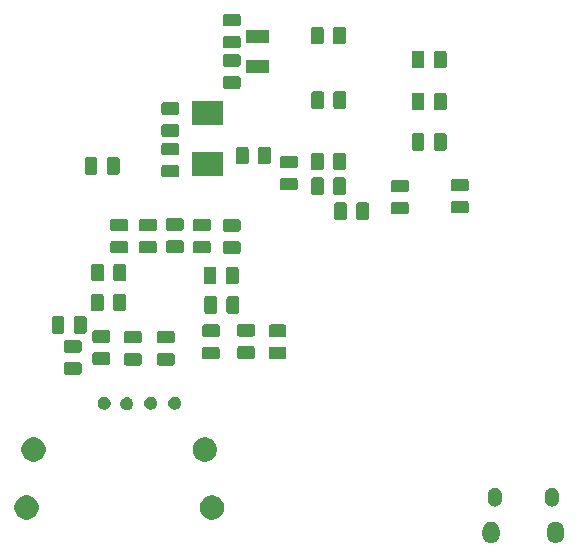
<source format=gbr>
G04 #@! TF.GenerationSoftware,KiCad,Pcbnew,(5.0.1-3-g963ef8bb5)*
G04 #@! TF.CreationDate,2020-04-18T14:55:13-02:30*
G04 #@! TF.ProjectId,graphics-card,67726170686963732D636172642E6B69,rev?*
G04 #@! TF.SameCoordinates,Original*
G04 #@! TF.FileFunction,Soldermask,Bot*
G04 #@! TF.FilePolarity,Negative*
%FSLAX46Y46*%
G04 Gerber Fmt 4.6, Leading zero omitted, Abs format (unit mm)*
G04 Created by KiCad (PCBNEW (5.0.1-3-g963ef8bb5)) date Saturday, April 18, 2020 at 02:55:13 pm*
%MOMM*%
%LPD*%
G01*
G04 APERTURE LIST*
%ADD10C,0.100000*%
G04 APERTURE END LIST*
D10*
G36*
X151385320Y-159546005D02*
X151522171Y-159587519D01*
X151522173Y-159587520D01*
X151522176Y-159587521D01*
X151648295Y-159654932D01*
X151758843Y-159745657D01*
X151849568Y-159856204D01*
X151916979Y-159982323D01*
X151916979Y-159982324D01*
X151916981Y-159982328D01*
X151958495Y-160119179D01*
X151969000Y-160225841D01*
X151969000Y-160647158D01*
X151958495Y-160753820D01*
X151927783Y-160855064D01*
X151916980Y-160890676D01*
X151849568Y-161016796D01*
X151758843Y-161127343D01*
X151648296Y-161218068D01*
X151522177Y-161285479D01*
X151522174Y-161285480D01*
X151522172Y-161285481D01*
X151385321Y-161326995D01*
X151243000Y-161341012D01*
X151100680Y-161326995D01*
X150963829Y-161285481D01*
X150963827Y-161285480D01*
X150963824Y-161285479D01*
X150837705Y-161218068D01*
X150727160Y-161127345D01*
X150636430Y-161016792D01*
X150569021Y-160890677D01*
X150569019Y-160890672D01*
X150527505Y-160753821D01*
X150517000Y-160647159D01*
X150517000Y-160225842D01*
X150527505Y-160119180D01*
X150569019Y-159982329D01*
X150569020Y-159982327D01*
X150569021Y-159982324D01*
X150636432Y-159856205D01*
X150727157Y-159745657D01*
X150837704Y-159654932D01*
X150963823Y-159587521D01*
X150963826Y-159587520D01*
X150963828Y-159587519D01*
X151100679Y-159546005D01*
X151243000Y-159531988D01*
X151385320Y-159546005D01*
X151385320Y-159546005D01*
G37*
G36*
X156845320Y-159546005D02*
X156982171Y-159587519D01*
X156982173Y-159587520D01*
X156982176Y-159587521D01*
X157108295Y-159654932D01*
X157218843Y-159745657D01*
X157309568Y-159856204D01*
X157376979Y-159982323D01*
X157376979Y-159982324D01*
X157376981Y-159982328D01*
X157418495Y-160119179D01*
X157429000Y-160225841D01*
X157429000Y-160647158D01*
X157418495Y-160753820D01*
X157387783Y-160855064D01*
X157376980Y-160890676D01*
X157309568Y-161016796D01*
X157218843Y-161127343D01*
X157108296Y-161218068D01*
X156982177Y-161285479D01*
X156982174Y-161285480D01*
X156982172Y-161285481D01*
X156845321Y-161326995D01*
X156703000Y-161341012D01*
X156560680Y-161326995D01*
X156423829Y-161285481D01*
X156423827Y-161285480D01*
X156423824Y-161285479D01*
X156297705Y-161218068D01*
X156187160Y-161127345D01*
X156096430Y-161016792D01*
X156029021Y-160890677D01*
X156029019Y-160890672D01*
X155987505Y-160753821D01*
X155977000Y-160647159D01*
X155977000Y-160225842D01*
X155987505Y-160119180D01*
X156029019Y-159982329D01*
X156029020Y-159982327D01*
X156029021Y-159982324D01*
X156096432Y-159856205D01*
X156187157Y-159745657D01*
X156297704Y-159654932D01*
X156423823Y-159587521D01*
X156423826Y-159587520D01*
X156423828Y-159587519D01*
X156560679Y-159546005D01*
X156703000Y-159531988D01*
X156845320Y-159546005D01*
X156845320Y-159546005D01*
G37*
G36*
X127910272Y-157329428D02*
X128096992Y-157406770D01*
X128265040Y-157519056D01*
X128407944Y-157661960D01*
X128520230Y-157830008D01*
X128597572Y-158016728D01*
X128637000Y-158214946D01*
X128637000Y-158417054D01*
X128597572Y-158615272D01*
X128520230Y-158801992D01*
X128407944Y-158970040D01*
X128265040Y-159112944D01*
X128096992Y-159225230D01*
X127910272Y-159302572D01*
X127712054Y-159342000D01*
X127509946Y-159342000D01*
X127311728Y-159302572D01*
X127125008Y-159225230D01*
X126956960Y-159112944D01*
X126814056Y-158970040D01*
X126701770Y-158801992D01*
X126624428Y-158615272D01*
X126585000Y-158417054D01*
X126585000Y-158214946D01*
X126624428Y-158016728D01*
X126701770Y-157830008D01*
X126814056Y-157661960D01*
X126956960Y-157519056D01*
X127125008Y-157406770D01*
X127311728Y-157329428D01*
X127509946Y-157290000D01*
X127712054Y-157290000D01*
X127910272Y-157329428D01*
X127910272Y-157329428D01*
G37*
G36*
X112210272Y-157329428D02*
X112396992Y-157406770D01*
X112565040Y-157519056D01*
X112707944Y-157661960D01*
X112820230Y-157830008D01*
X112897572Y-158016728D01*
X112937000Y-158214946D01*
X112937000Y-158417054D01*
X112897572Y-158615272D01*
X112820230Y-158801992D01*
X112707944Y-158970040D01*
X112565040Y-159112944D01*
X112396992Y-159225230D01*
X112210272Y-159302572D01*
X112012054Y-159342000D01*
X111809946Y-159342000D01*
X111611728Y-159302572D01*
X111425008Y-159225230D01*
X111256960Y-159112944D01*
X111114056Y-158970040D01*
X111001770Y-158801992D01*
X110924428Y-158615272D01*
X110885000Y-158417054D01*
X110885000Y-158214946D01*
X110924428Y-158016728D01*
X111001770Y-157830008D01*
X111114056Y-157661960D01*
X111256960Y-157519056D01*
X111425008Y-157406770D01*
X111611728Y-157329428D01*
X111809946Y-157290000D01*
X112012054Y-157290000D01*
X112210272Y-157329428D01*
X112210272Y-157329428D01*
G37*
G36*
X156510817Y-156644196D02*
X156624104Y-156678562D01*
X156728512Y-156734369D01*
X156778776Y-156775620D01*
X156820027Y-156809473D01*
X156883711Y-156887072D01*
X156895131Y-156900988D01*
X156950938Y-157005395D01*
X156985304Y-157118682D01*
X156994000Y-157206981D01*
X156994000Y-157666018D01*
X156985304Y-157754318D01*
X156950938Y-157867605D01*
X156895131Y-157972013D01*
X156820027Y-158063527D01*
X156728513Y-158138631D01*
X156624105Y-158194438D01*
X156510818Y-158228804D01*
X156393000Y-158240407D01*
X156275183Y-158228804D01*
X156161896Y-158194438D01*
X156057488Y-158138631D01*
X155965974Y-158063527D01*
X155890869Y-157972012D01*
X155835062Y-157867605D01*
X155800696Y-157754318D01*
X155792000Y-157666019D01*
X155792000Y-157206982D01*
X155800696Y-157118683D01*
X155835062Y-157005396D01*
X155890869Y-156900988D01*
X155932120Y-156850724D01*
X155965973Y-156809473D01*
X156057487Y-156734370D01*
X156057486Y-156734370D01*
X156057488Y-156734369D01*
X156161895Y-156678562D01*
X156275182Y-156644196D01*
X156393000Y-156632593D01*
X156510817Y-156644196D01*
X156510817Y-156644196D01*
G37*
G36*
X151670817Y-156644196D02*
X151784104Y-156678562D01*
X151888512Y-156734369D01*
X151938776Y-156775620D01*
X151980027Y-156809473D01*
X152043711Y-156887072D01*
X152055131Y-156900988D01*
X152110938Y-157005395D01*
X152145304Y-157118682D01*
X152154000Y-157206981D01*
X152154000Y-157666018D01*
X152145304Y-157754318D01*
X152110938Y-157867605D01*
X152055131Y-157972013D01*
X151980027Y-158063527D01*
X151888513Y-158138631D01*
X151784105Y-158194438D01*
X151670818Y-158228804D01*
X151553000Y-158240407D01*
X151435183Y-158228804D01*
X151321896Y-158194438D01*
X151217488Y-158138631D01*
X151125974Y-158063527D01*
X151050869Y-157972012D01*
X150995062Y-157867605D01*
X150960696Y-157754318D01*
X150952000Y-157666019D01*
X150952000Y-157206982D01*
X150960696Y-157118683D01*
X150995062Y-157005396D01*
X151050869Y-156900988D01*
X151092120Y-156850724D01*
X151125973Y-156809473D01*
X151217487Y-156734370D01*
X151217486Y-156734370D01*
X151217488Y-156734369D01*
X151321895Y-156678562D01*
X151435182Y-156644196D01*
X151553000Y-156632593D01*
X151670817Y-156644196D01*
X151670817Y-156644196D01*
G37*
G36*
X127310272Y-152429428D02*
X127496992Y-152506770D01*
X127665040Y-152619056D01*
X127807944Y-152761960D01*
X127920230Y-152930008D01*
X127997572Y-153116728D01*
X128037000Y-153314946D01*
X128037000Y-153517054D01*
X127997572Y-153715272D01*
X127920230Y-153901992D01*
X127807944Y-154070040D01*
X127665040Y-154212944D01*
X127496992Y-154325230D01*
X127310272Y-154402572D01*
X127112054Y-154442000D01*
X126909946Y-154442000D01*
X126711728Y-154402572D01*
X126525008Y-154325230D01*
X126356960Y-154212944D01*
X126214056Y-154070040D01*
X126101770Y-153901992D01*
X126024428Y-153715272D01*
X125985000Y-153517054D01*
X125985000Y-153314946D01*
X126024428Y-153116728D01*
X126101770Y-152930008D01*
X126214056Y-152761960D01*
X126356960Y-152619056D01*
X126525008Y-152506770D01*
X126711728Y-152429428D01*
X126909946Y-152390000D01*
X127112054Y-152390000D01*
X127310272Y-152429428D01*
X127310272Y-152429428D01*
G37*
G36*
X112810272Y-152429428D02*
X112996992Y-152506770D01*
X113165040Y-152619056D01*
X113307944Y-152761960D01*
X113420230Y-152930008D01*
X113497572Y-153116728D01*
X113537000Y-153314946D01*
X113537000Y-153517054D01*
X113497572Y-153715272D01*
X113420230Y-153901992D01*
X113307944Y-154070040D01*
X113165040Y-154212944D01*
X112996992Y-154325230D01*
X112810272Y-154402572D01*
X112612054Y-154442000D01*
X112409946Y-154442000D01*
X112211728Y-154402572D01*
X112025008Y-154325230D01*
X111856960Y-154212944D01*
X111714056Y-154070040D01*
X111601770Y-153901992D01*
X111524428Y-153715272D01*
X111485000Y-153517054D01*
X111485000Y-153314946D01*
X111524428Y-153116728D01*
X111601770Y-152930008D01*
X111714056Y-152761960D01*
X111856960Y-152619056D01*
X112025008Y-152506770D01*
X112211728Y-152429428D01*
X112409946Y-152390000D01*
X112612054Y-152390000D01*
X112810272Y-152429428D01*
X112810272Y-152429428D01*
G37*
G36*
X120556721Y-148996288D02*
X120656995Y-149037823D01*
X120747245Y-149098126D01*
X120823988Y-149174869D01*
X120884291Y-149265119D01*
X120925826Y-149365393D01*
X120947000Y-149471844D01*
X120947000Y-149580384D01*
X120925826Y-149686835D01*
X120884291Y-149787109D01*
X120823988Y-149877359D01*
X120747245Y-149954102D01*
X120656995Y-150014405D01*
X120556721Y-150055940D01*
X120450270Y-150077114D01*
X120341730Y-150077114D01*
X120235279Y-150055940D01*
X120135005Y-150014405D01*
X120044755Y-149954102D01*
X119968012Y-149877359D01*
X119907709Y-149787109D01*
X119866174Y-149686835D01*
X119845000Y-149580384D01*
X119845000Y-149471844D01*
X119866174Y-149365393D01*
X119907709Y-149265119D01*
X119968012Y-149174869D01*
X120044755Y-149098126D01*
X120135005Y-149037823D01*
X120235279Y-148996288D01*
X120341730Y-148975114D01*
X120450270Y-148975114D01*
X120556721Y-148996288D01*
X120556721Y-148996288D01*
G37*
G36*
X118651721Y-148949174D02*
X118751995Y-148990709D01*
X118842245Y-149051012D01*
X118918988Y-149127755D01*
X118979291Y-149218005D01*
X119020826Y-149318279D01*
X119042000Y-149424730D01*
X119042000Y-149533270D01*
X119020826Y-149639721D01*
X118979291Y-149739995D01*
X118918988Y-149830245D01*
X118842245Y-149906988D01*
X118751995Y-149967291D01*
X118651721Y-150008826D01*
X118545270Y-150030000D01*
X118436730Y-150030000D01*
X118330279Y-150008826D01*
X118230005Y-149967291D01*
X118139755Y-149906988D01*
X118063012Y-149830245D01*
X118002709Y-149739995D01*
X117961174Y-149639721D01*
X117940000Y-149533270D01*
X117940000Y-149424730D01*
X117961174Y-149318279D01*
X118002709Y-149218005D01*
X118063012Y-149127755D01*
X118139755Y-149051012D01*
X118230005Y-148990709D01*
X118330279Y-148949174D01*
X118436730Y-148928000D01*
X118545270Y-148928000D01*
X118651721Y-148949174D01*
X118651721Y-148949174D01*
G37*
G36*
X122588721Y-148949174D02*
X122688995Y-148990709D01*
X122779245Y-149051012D01*
X122855988Y-149127755D01*
X122916291Y-149218005D01*
X122957826Y-149318279D01*
X122979000Y-149424730D01*
X122979000Y-149533270D01*
X122957826Y-149639721D01*
X122916291Y-149739995D01*
X122855988Y-149830245D01*
X122779245Y-149906988D01*
X122688995Y-149967291D01*
X122588721Y-150008826D01*
X122482270Y-150030000D01*
X122373730Y-150030000D01*
X122267279Y-150008826D01*
X122167005Y-149967291D01*
X122076755Y-149906988D01*
X122000012Y-149830245D01*
X121939709Y-149739995D01*
X121898174Y-149639721D01*
X121877000Y-149533270D01*
X121877000Y-149424730D01*
X121898174Y-149318279D01*
X121939709Y-149218005D01*
X122000012Y-149127755D01*
X122076755Y-149051012D01*
X122167005Y-148990709D01*
X122267279Y-148949174D01*
X122373730Y-148928000D01*
X122482270Y-148928000D01*
X122588721Y-148949174D01*
X122588721Y-148949174D01*
G37*
G36*
X124620721Y-148949174D02*
X124720995Y-148990709D01*
X124811245Y-149051012D01*
X124887988Y-149127755D01*
X124948291Y-149218005D01*
X124989826Y-149318279D01*
X125011000Y-149424730D01*
X125011000Y-149533270D01*
X124989826Y-149639721D01*
X124948291Y-149739995D01*
X124887988Y-149830245D01*
X124811245Y-149906988D01*
X124720995Y-149967291D01*
X124620721Y-150008826D01*
X124514270Y-150030000D01*
X124405730Y-150030000D01*
X124299279Y-150008826D01*
X124199005Y-149967291D01*
X124108755Y-149906988D01*
X124032012Y-149830245D01*
X123971709Y-149739995D01*
X123930174Y-149639721D01*
X123909000Y-149533270D01*
X123909000Y-149424730D01*
X123930174Y-149318279D01*
X123971709Y-149218005D01*
X124032012Y-149127755D01*
X124108755Y-149051012D01*
X124199005Y-148990709D01*
X124299279Y-148949174D01*
X124405730Y-148928000D01*
X124514270Y-148928000D01*
X124620721Y-148949174D01*
X124620721Y-148949174D01*
G37*
G36*
X116408466Y-146024065D02*
X116447137Y-146035796D01*
X116482779Y-146054848D01*
X116514017Y-146080483D01*
X116539652Y-146111721D01*
X116558704Y-146147363D01*
X116570435Y-146186034D01*
X116575000Y-146232388D01*
X116575000Y-146883612D01*
X116570435Y-146929966D01*
X116558704Y-146968637D01*
X116539652Y-147004279D01*
X116514017Y-147035517D01*
X116482779Y-147061152D01*
X116447137Y-147080204D01*
X116408466Y-147091935D01*
X116362112Y-147096500D01*
X115285888Y-147096500D01*
X115239534Y-147091935D01*
X115200863Y-147080204D01*
X115165221Y-147061152D01*
X115133983Y-147035517D01*
X115108348Y-147004279D01*
X115089296Y-146968637D01*
X115077565Y-146929966D01*
X115073000Y-146883612D01*
X115073000Y-146232388D01*
X115077565Y-146186034D01*
X115089296Y-146147363D01*
X115108348Y-146111721D01*
X115133983Y-146080483D01*
X115165221Y-146054848D01*
X115200863Y-146035796D01*
X115239534Y-146024065D01*
X115285888Y-146019500D01*
X116362112Y-146019500D01*
X116408466Y-146024065D01*
X116408466Y-146024065D01*
G37*
G36*
X124282466Y-145232065D02*
X124321137Y-145243796D01*
X124356779Y-145262848D01*
X124388017Y-145288483D01*
X124413652Y-145319721D01*
X124432704Y-145355363D01*
X124444435Y-145394034D01*
X124449000Y-145440388D01*
X124449000Y-146091612D01*
X124444435Y-146137966D01*
X124432704Y-146176637D01*
X124413652Y-146212279D01*
X124388017Y-146243517D01*
X124356779Y-146269152D01*
X124321137Y-146288204D01*
X124282466Y-146299935D01*
X124236112Y-146304500D01*
X123159888Y-146304500D01*
X123113534Y-146299935D01*
X123074863Y-146288204D01*
X123039221Y-146269152D01*
X123007983Y-146243517D01*
X122982348Y-146212279D01*
X122963296Y-146176637D01*
X122951565Y-146137966D01*
X122947000Y-146091612D01*
X122947000Y-145440388D01*
X122951565Y-145394034D01*
X122963296Y-145355363D01*
X122982348Y-145319721D01*
X123007983Y-145288483D01*
X123039221Y-145262848D01*
X123074863Y-145243796D01*
X123113534Y-145232065D01*
X123159888Y-145227500D01*
X124236112Y-145227500D01*
X124282466Y-145232065D01*
X124282466Y-145232065D01*
G37*
G36*
X121488466Y-145232065D02*
X121527137Y-145243796D01*
X121562779Y-145262848D01*
X121594017Y-145288483D01*
X121619652Y-145319721D01*
X121638704Y-145355363D01*
X121650435Y-145394034D01*
X121655000Y-145440388D01*
X121655000Y-146091612D01*
X121650435Y-146137966D01*
X121638704Y-146176637D01*
X121619652Y-146212279D01*
X121594017Y-146243517D01*
X121562779Y-146269152D01*
X121527137Y-146288204D01*
X121488466Y-146299935D01*
X121442112Y-146304500D01*
X120365888Y-146304500D01*
X120319534Y-146299935D01*
X120280863Y-146288204D01*
X120245221Y-146269152D01*
X120213983Y-146243517D01*
X120188348Y-146212279D01*
X120169296Y-146176637D01*
X120157565Y-146137966D01*
X120153000Y-146091612D01*
X120153000Y-145440388D01*
X120157565Y-145394034D01*
X120169296Y-145355363D01*
X120188348Y-145319721D01*
X120213983Y-145288483D01*
X120245221Y-145262848D01*
X120280863Y-145243796D01*
X120319534Y-145232065D01*
X120365888Y-145227500D01*
X121442112Y-145227500D01*
X121488466Y-145232065D01*
X121488466Y-145232065D01*
G37*
G36*
X118821466Y-145183565D02*
X118860137Y-145195296D01*
X118895779Y-145214348D01*
X118927017Y-145239983D01*
X118952652Y-145271221D01*
X118971704Y-145306863D01*
X118983435Y-145345534D01*
X118988000Y-145391888D01*
X118988000Y-146043112D01*
X118983435Y-146089466D01*
X118971704Y-146128137D01*
X118952652Y-146163779D01*
X118927017Y-146195017D01*
X118895779Y-146220652D01*
X118860137Y-146239704D01*
X118821466Y-146251435D01*
X118775112Y-146256000D01*
X117698888Y-146256000D01*
X117652534Y-146251435D01*
X117613863Y-146239704D01*
X117578221Y-146220652D01*
X117546983Y-146195017D01*
X117521348Y-146163779D01*
X117502296Y-146128137D01*
X117490565Y-146089466D01*
X117486000Y-146043112D01*
X117486000Y-145391888D01*
X117490565Y-145345534D01*
X117502296Y-145306863D01*
X117521348Y-145271221D01*
X117546983Y-145239983D01*
X117578221Y-145214348D01*
X117613863Y-145195296D01*
X117652534Y-145183565D01*
X117698888Y-145179000D01*
X118775112Y-145179000D01*
X118821466Y-145183565D01*
X118821466Y-145183565D01*
G37*
G36*
X133743966Y-144703265D02*
X133782637Y-144714996D01*
X133818279Y-144734048D01*
X133849517Y-144759683D01*
X133875152Y-144790921D01*
X133894204Y-144826563D01*
X133905935Y-144865234D01*
X133910500Y-144911588D01*
X133910500Y-145562812D01*
X133905935Y-145609166D01*
X133894204Y-145647837D01*
X133875152Y-145683479D01*
X133849517Y-145714717D01*
X133818279Y-145740352D01*
X133782637Y-145759404D01*
X133743966Y-145771135D01*
X133697612Y-145775700D01*
X132621388Y-145775700D01*
X132575034Y-145771135D01*
X132536363Y-145759404D01*
X132500721Y-145740352D01*
X132469483Y-145714717D01*
X132443848Y-145683479D01*
X132424796Y-145647837D01*
X132413065Y-145609166D01*
X132408500Y-145562812D01*
X132408500Y-144911588D01*
X132413065Y-144865234D01*
X132424796Y-144826563D01*
X132443848Y-144790921D01*
X132469483Y-144759683D01*
X132500721Y-144734048D01*
X132536363Y-144714996D01*
X132575034Y-144703265D01*
X132621388Y-144698700D01*
X133697612Y-144698700D01*
X133743966Y-144703265D01*
X133743966Y-144703265D01*
G37*
G36*
X128092466Y-144703265D02*
X128131137Y-144714996D01*
X128166779Y-144734048D01*
X128198017Y-144759683D01*
X128223652Y-144790921D01*
X128242704Y-144826563D01*
X128254435Y-144865234D01*
X128259000Y-144911588D01*
X128259000Y-145562812D01*
X128254435Y-145609166D01*
X128242704Y-145647837D01*
X128223652Y-145683479D01*
X128198017Y-145714717D01*
X128166779Y-145740352D01*
X128131137Y-145759404D01*
X128092466Y-145771135D01*
X128046112Y-145775700D01*
X126969888Y-145775700D01*
X126923534Y-145771135D01*
X126884863Y-145759404D01*
X126849221Y-145740352D01*
X126817983Y-145714717D01*
X126792348Y-145683479D01*
X126773296Y-145647837D01*
X126761565Y-145609166D01*
X126757000Y-145562812D01*
X126757000Y-144911588D01*
X126761565Y-144865234D01*
X126773296Y-144826563D01*
X126792348Y-144790921D01*
X126817983Y-144759683D01*
X126849221Y-144734048D01*
X126884863Y-144714996D01*
X126923534Y-144703265D01*
X126969888Y-144698700D01*
X128046112Y-144698700D01*
X128092466Y-144703265D01*
X128092466Y-144703265D01*
G37*
G36*
X131076966Y-144660565D02*
X131115637Y-144672296D01*
X131151279Y-144691348D01*
X131182517Y-144716983D01*
X131208152Y-144748221D01*
X131227204Y-144783863D01*
X131238935Y-144822534D01*
X131243500Y-144868888D01*
X131243500Y-145520112D01*
X131238935Y-145566466D01*
X131227204Y-145605137D01*
X131208152Y-145640779D01*
X131182517Y-145672017D01*
X131151279Y-145697652D01*
X131115637Y-145716704D01*
X131076966Y-145728435D01*
X131030612Y-145733000D01*
X129954388Y-145733000D01*
X129908034Y-145728435D01*
X129869363Y-145716704D01*
X129833721Y-145697652D01*
X129802483Y-145672017D01*
X129776848Y-145640779D01*
X129757796Y-145605137D01*
X129746065Y-145566466D01*
X129741500Y-145520112D01*
X129741500Y-144868888D01*
X129746065Y-144822534D01*
X129757796Y-144783863D01*
X129776848Y-144748221D01*
X129802483Y-144716983D01*
X129833721Y-144691348D01*
X129869363Y-144672296D01*
X129908034Y-144660565D01*
X129954388Y-144656000D01*
X131030612Y-144656000D01*
X131076966Y-144660565D01*
X131076966Y-144660565D01*
G37*
G36*
X116408466Y-144149065D02*
X116447137Y-144160796D01*
X116482779Y-144179848D01*
X116514017Y-144205483D01*
X116539652Y-144236721D01*
X116558704Y-144272363D01*
X116570435Y-144311034D01*
X116575000Y-144357388D01*
X116575000Y-145008612D01*
X116570435Y-145054966D01*
X116558704Y-145093637D01*
X116539652Y-145129279D01*
X116514017Y-145160517D01*
X116482779Y-145186152D01*
X116447137Y-145205204D01*
X116408466Y-145216935D01*
X116362112Y-145221500D01*
X115285888Y-145221500D01*
X115239534Y-145216935D01*
X115200863Y-145205204D01*
X115165221Y-145186152D01*
X115133983Y-145160517D01*
X115108348Y-145129279D01*
X115089296Y-145093637D01*
X115077565Y-145054966D01*
X115073000Y-145008612D01*
X115073000Y-144357388D01*
X115077565Y-144311034D01*
X115089296Y-144272363D01*
X115108348Y-144236721D01*
X115133983Y-144205483D01*
X115165221Y-144179848D01*
X115200863Y-144160796D01*
X115239534Y-144149065D01*
X115285888Y-144144500D01*
X116362112Y-144144500D01*
X116408466Y-144149065D01*
X116408466Y-144149065D01*
G37*
G36*
X121488466Y-143357065D02*
X121527137Y-143368796D01*
X121562779Y-143387848D01*
X121594017Y-143413483D01*
X121619652Y-143444721D01*
X121638704Y-143480363D01*
X121650435Y-143519034D01*
X121655000Y-143565388D01*
X121655000Y-144216612D01*
X121650435Y-144262966D01*
X121638704Y-144301637D01*
X121619652Y-144337279D01*
X121594017Y-144368517D01*
X121562779Y-144394152D01*
X121527137Y-144413204D01*
X121488466Y-144424935D01*
X121442112Y-144429500D01*
X120365888Y-144429500D01*
X120319534Y-144424935D01*
X120280863Y-144413204D01*
X120245221Y-144394152D01*
X120213983Y-144368517D01*
X120188348Y-144337279D01*
X120169296Y-144301637D01*
X120157565Y-144262966D01*
X120153000Y-144216612D01*
X120153000Y-143565388D01*
X120157565Y-143519034D01*
X120169296Y-143480363D01*
X120188348Y-143444721D01*
X120213983Y-143413483D01*
X120245221Y-143387848D01*
X120280863Y-143368796D01*
X120319534Y-143357065D01*
X120365888Y-143352500D01*
X121442112Y-143352500D01*
X121488466Y-143357065D01*
X121488466Y-143357065D01*
G37*
G36*
X124282466Y-143357065D02*
X124321137Y-143368796D01*
X124356779Y-143387848D01*
X124388017Y-143413483D01*
X124413652Y-143444721D01*
X124432704Y-143480363D01*
X124444435Y-143519034D01*
X124449000Y-143565388D01*
X124449000Y-144216612D01*
X124444435Y-144262966D01*
X124432704Y-144301637D01*
X124413652Y-144337279D01*
X124388017Y-144368517D01*
X124356779Y-144394152D01*
X124321137Y-144413204D01*
X124282466Y-144424935D01*
X124236112Y-144429500D01*
X123159888Y-144429500D01*
X123113534Y-144424935D01*
X123074863Y-144413204D01*
X123039221Y-144394152D01*
X123007983Y-144368517D01*
X122982348Y-144337279D01*
X122963296Y-144301637D01*
X122951565Y-144262966D01*
X122947000Y-144216612D01*
X122947000Y-143565388D01*
X122951565Y-143519034D01*
X122963296Y-143480363D01*
X122982348Y-143444721D01*
X123007983Y-143413483D01*
X123039221Y-143387848D01*
X123074863Y-143368796D01*
X123113534Y-143357065D01*
X123159888Y-143352500D01*
X124236112Y-143352500D01*
X124282466Y-143357065D01*
X124282466Y-143357065D01*
G37*
G36*
X118821466Y-143308565D02*
X118860137Y-143320296D01*
X118895779Y-143339348D01*
X118927017Y-143364983D01*
X118952652Y-143396221D01*
X118971704Y-143431863D01*
X118983435Y-143470534D01*
X118988000Y-143516888D01*
X118988000Y-144168112D01*
X118983435Y-144214466D01*
X118971704Y-144253137D01*
X118952652Y-144288779D01*
X118927017Y-144320017D01*
X118895779Y-144345652D01*
X118860137Y-144364704D01*
X118821466Y-144376435D01*
X118775112Y-144381000D01*
X117698888Y-144381000D01*
X117652534Y-144376435D01*
X117613863Y-144364704D01*
X117578221Y-144345652D01*
X117546983Y-144320017D01*
X117521348Y-144288779D01*
X117502296Y-144253137D01*
X117490565Y-144214466D01*
X117486000Y-144168112D01*
X117486000Y-143516888D01*
X117490565Y-143470534D01*
X117502296Y-143431863D01*
X117521348Y-143396221D01*
X117546983Y-143364983D01*
X117578221Y-143339348D01*
X117613863Y-143320296D01*
X117652534Y-143308565D01*
X117698888Y-143304000D01*
X118775112Y-143304000D01*
X118821466Y-143308565D01*
X118821466Y-143308565D01*
G37*
G36*
X128092466Y-142828265D02*
X128131137Y-142839996D01*
X128166779Y-142859048D01*
X128198017Y-142884683D01*
X128223652Y-142915921D01*
X128242704Y-142951563D01*
X128254435Y-142990234D01*
X128259000Y-143036588D01*
X128259000Y-143687812D01*
X128254435Y-143734166D01*
X128242704Y-143772837D01*
X128223652Y-143808479D01*
X128198017Y-143839717D01*
X128166779Y-143865352D01*
X128131137Y-143884404D01*
X128092466Y-143896135D01*
X128046112Y-143900700D01*
X126969888Y-143900700D01*
X126923534Y-143896135D01*
X126884863Y-143884404D01*
X126849221Y-143865352D01*
X126817983Y-143839717D01*
X126792348Y-143808479D01*
X126773296Y-143772837D01*
X126761565Y-143734166D01*
X126757000Y-143687812D01*
X126757000Y-143036588D01*
X126761565Y-142990234D01*
X126773296Y-142951563D01*
X126792348Y-142915921D01*
X126817983Y-142884683D01*
X126849221Y-142859048D01*
X126884863Y-142839996D01*
X126923534Y-142828265D01*
X126969888Y-142823700D01*
X128046112Y-142823700D01*
X128092466Y-142828265D01*
X128092466Y-142828265D01*
G37*
G36*
X133743966Y-142828265D02*
X133782637Y-142839996D01*
X133818279Y-142859048D01*
X133849517Y-142884683D01*
X133875152Y-142915921D01*
X133894204Y-142951563D01*
X133905935Y-142990234D01*
X133910500Y-143036588D01*
X133910500Y-143687812D01*
X133905935Y-143734166D01*
X133894204Y-143772837D01*
X133875152Y-143808479D01*
X133849517Y-143839717D01*
X133818279Y-143865352D01*
X133782637Y-143884404D01*
X133743966Y-143896135D01*
X133697612Y-143900700D01*
X132621388Y-143900700D01*
X132575034Y-143896135D01*
X132536363Y-143884404D01*
X132500721Y-143865352D01*
X132469483Y-143839717D01*
X132443848Y-143808479D01*
X132424796Y-143772837D01*
X132413065Y-143734166D01*
X132408500Y-143687812D01*
X132408500Y-143036588D01*
X132413065Y-142990234D01*
X132424796Y-142951563D01*
X132443848Y-142915921D01*
X132469483Y-142884683D01*
X132500721Y-142859048D01*
X132536363Y-142839996D01*
X132575034Y-142828265D01*
X132621388Y-142823700D01*
X133697612Y-142823700D01*
X133743966Y-142828265D01*
X133743966Y-142828265D01*
G37*
G36*
X131076966Y-142785565D02*
X131115637Y-142797296D01*
X131151279Y-142816348D01*
X131182517Y-142841983D01*
X131208152Y-142873221D01*
X131227204Y-142908863D01*
X131238935Y-142947534D01*
X131243500Y-142993888D01*
X131243500Y-143645112D01*
X131238935Y-143691466D01*
X131227204Y-143730137D01*
X131208152Y-143765779D01*
X131182517Y-143797017D01*
X131151279Y-143822652D01*
X131115637Y-143841704D01*
X131076966Y-143853435D01*
X131030612Y-143858000D01*
X129954388Y-143858000D01*
X129908034Y-143853435D01*
X129869363Y-143841704D01*
X129833721Y-143822652D01*
X129802483Y-143797017D01*
X129776848Y-143765779D01*
X129757796Y-143730137D01*
X129746065Y-143691466D01*
X129741500Y-143645112D01*
X129741500Y-142993888D01*
X129746065Y-142947534D01*
X129757796Y-142908863D01*
X129776848Y-142873221D01*
X129802483Y-142841983D01*
X129833721Y-142816348D01*
X129869363Y-142797296D01*
X129908034Y-142785565D01*
X129954388Y-142781000D01*
X131030612Y-142781000D01*
X131076966Y-142785565D01*
X131076966Y-142785565D01*
G37*
G36*
X114955966Y-142128565D02*
X114994637Y-142140296D01*
X115030279Y-142159348D01*
X115061517Y-142184983D01*
X115087152Y-142216221D01*
X115106204Y-142251863D01*
X115117935Y-142290534D01*
X115122500Y-142336888D01*
X115122500Y-143413112D01*
X115117935Y-143459466D01*
X115106204Y-143498137D01*
X115087152Y-143533779D01*
X115061517Y-143565017D01*
X115030279Y-143590652D01*
X114994637Y-143609704D01*
X114955966Y-143621435D01*
X114909612Y-143626000D01*
X114258388Y-143626000D01*
X114212034Y-143621435D01*
X114173363Y-143609704D01*
X114137721Y-143590652D01*
X114106483Y-143565017D01*
X114080848Y-143533779D01*
X114061796Y-143498137D01*
X114050065Y-143459466D01*
X114045500Y-143413112D01*
X114045500Y-142336888D01*
X114050065Y-142290534D01*
X114061796Y-142251863D01*
X114080848Y-142216221D01*
X114106483Y-142184983D01*
X114137721Y-142159348D01*
X114173363Y-142140296D01*
X114212034Y-142128565D01*
X114258388Y-142124000D01*
X114909612Y-142124000D01*
X114955966Y-142128565D01*
X114955966Y-142128565D01*
G37*
G36*
X116830966Y-142128565D02*
X116869637Y-142140296D01*
X116905279Y-142159348D01*
X116936517Y-142184983D01*
X116962152Y-142216221D01*
X116981204Y-142251863D01*
X116992935Y-142290534D01*
X116997500Y-142336888D01*
X116997500Y-143413112D01*
X116992935Y-143459466D01*
X116981204Y-143498137D01*
X116962152Y-143533779D01*
X116936517Y-143565017D01*
X116905279Y-143590652D01*
X116869637Y-143609704D01*
X116830966Y-143621435D01*
X116784612Y-143626000D01*
X116133388Y-143626000D01*
X116087034Y-143621435D01*
X116048363Y-143609704D01*
X116012721Y-143590652D01*
X115981483Y-143565017D01*
X115955848Y-143533779D01*
X115936796Y-143498137D01*
X115925065Y-143459466D01*
X115920500Y-143413112D01*
X115920500Y-142336888D01*
X115925065Y-142290534D01*
X115936796Y-142251863D01*
X115955848Y-142216221D01*
X115981483Y-142184983D01*
X116012721Y-142159348D01*
X116048363Y-142140296D01*
X116087034Y-142128565D01*
X116133388Y-142124000D01*
X116784612Y-142124000D01*
X116830966Y-142128565D01*
X116830966Y-142128565D01*
G37*
G36*
X129754966Y-140426765D02*
X129793637Y-140438496D01*
X129829279Y-140457548D01*
X129860517Y-140483183D01*
X129886152Y-140514421D01*
X129905204Y-140550063D01*
X129916935Y-140588734D01*
X129921500Y-140635088D01*
X129921500Y-141711312D01*
X129916935Y-141757666D01*
X129905204Y-141796337D01*
X129886152Y-141831979D01*
X129860517Y-141863217D01*
X129829279Y-141888852D01*
X129793637Y-141907904D01*
X129754966Y-141919635D01*
X129708612Y-141924200D01*
X129057388Y-141924200D01*
X129011034Y-141919635D01*
X128972363Y-141907904D01*
X128936721Y-141888852D01*
X128905483Y-141863217D01*
X128879848Y-141831979D01*
X128860796Y-141796337D01*
X128849065Y-141757666D01*
X128844500Y-141711312D01*
X128844500Y-140635088D01*
X128849065Y-140588734D01*
X128860796Y-140550063D01*
X128879848Y-140514421D01*
X128905483Y-140483183D01*
X128936721Y-140457548D01*
X128972363Y-140438496D01*
X129011034Y-140426765D01*
X129057388Y-140422200D01*
X129708612Y-140422200D01*
X129754966Y-140426765D01*
X129754966Y-140426765D01*
G37*
G36*
X127879966Y-140426765D02*
X127918637Y-140438496D01*
X127954279Y-140457548D01*
X127985517Y-140483183D01*
X128011152Y-140514421D01*
X128030204Y-140550063D01*
X128041935Y-140588734D01*
X128046500Y-140635088D01*
X128046500Y-141711312D01*
X128041935Y-141757666D01*
X128030204Y-141796337D01*
X128011152Y-141831979D01*
X127985517Y-141863217D01*
X127954279Y-141888852D01*
X127918637Y-141907904D01*
X127879966Y-141919635D01*
X127833612Y-141924200D01*
X127182388Y-141924200D01*
X127136034Y-141919635D01*
X127097363Y-141907904D01*
X127061721Y-141888852D01*
X127030483Y-141863217D01*
X127004848Y-141831979D01*
X126985796Y-141796337D01*
X126974065Y-141757666D01*
X126969500Y-141711312D01*
X126969500Y-140635088D01*
X126974065Y-140588734D01*
X126985796Y-140550063D01*
X127004848Y-140514421D01*
X127030483Y-140483183D01*
X127061721Y-140457548D01*
X127097363Y-140438496D01*
X127136034Y-140426765D01*
X127182388Y-140422200D01*
X127833612Y-140422200D01*
X127879966Y-140426765D01*
X127879966Y-140426765D01*
G37*
G36*
X118278766Y-140223565D02*
X118317437Y-140235296D01*
X118353079Y-140254348D01*
X118384317Y-140279983D01*
X118409952Y-140311221D01*
X118429004Y-140346863D01*
X118440735Y-140385534D01*
X118445300Y-140431888D01*
X118445300Y-141508112D01*
X118440735Y-141554466D01*
X118429004Y-141593137D01*
X118409952Y-141628779D01*
X118384317Y-141660017D01*
X118353079Y-141685652D01*
X118317437Y-141704704D01*
X118278766Y-141716435D01*
X118232412Y-141721000D01*
X117581188Y-141721000D01*
X117534834Y-141716435D01*
X117496163Y-141704704D01*
X117460521Y-141685652D01*
X117429283Y-141660017D01*
X117403648Y-141628779D01*
X117384596Y-141593137D01*
X117372865Y-141554466D01*
X117368300Y-141508112D01*
X117368300Y-140431888D01*
X117372865Y-140385534D01*
X117384596Y-140346863D01*
X117403648Y-140311221D01*
X117429283Y-140279983D01*
X117460521Y-140254348D01*
X117496163Y-140235296D01*
X117534834Y-140223565D01*
X117581188Y-140219000D01*
X118232412Y-140219000D01*
X118278766Y-140223565D01*
X118278766Y-140223565D01*
G37*
G36*
X120153766Y-140223565D02*
X120192437Y-140235296D01*
X120228079Y-140254348D01*
X120259317Y-140279983D01*
X120284952Y-140311221D01*
X120304004Y-140346863D01*
X120315735Y-140385534D01*
X120320300Y-140431888D01*
X120320300Y-141508112D01*
X120315735Y-141554466D01*
X120304004Y-141593137D01*
X120284952Y-141628779D01*
X120259317Y-141660017D01*
X120228079Y-141685652D01*
X120192437Y-141704704D01*
X120153766Y-141716435D01*
X120107412Y-141721000D01*
X119456188Y-141721000D01*
X119409834Y-141716435D01*
X119371163Y-141704704D01*
X119335521Y-141685652D01*
X119304283Y-141660017D01*
X119278648Y-141628779D01*
X119259596Y-141593137D01*
X119247865Y-141554466D01*
X119243300Y-141508112D01*
X119243300Y-140431888D01*
X119247865Y-140385534D01*
X119259596Y-140346863D01*
X119278648Y-140311221D01*
X119304283Y-140279983D01*
X119335521Y-140254348D01*
X119371163Y-140235296D01*
X119409834Y-140223565D01*
X119456188Y-140219000D01*
X120107412Y-140219000D01*
X120153766Y-140223565D01*
X120153766Y-140223565D01*
G37*
G36*
X127831466Y-137937565D02*
X127870137Y-137949296D01*
X127905779Y-137968348D01*
X127937017Y-137993983D01*
X127962652Y-138025221D01*
X127981704Y-138060863D01*
X127993435Y-138099534D01*
X127998000Y-138145888D01*
X127998000Y-139222112D01*
X127993435Y-139268466D01*
X127981704Y-139307137D01*
X127962652Y-139342779D01*
X127937017Y-139374017D01*
X127905779Y-139399652D01*
X127870137Y-139418704D01*
X127831466Y-139430435D01*
X127785112Y-139435000D01*
X127133888Y-139435000D01*
X127087534Y-139430435D01*
X127048863Y-139418704D01*
X127013221Y-139399652D01*
X126981983Y-139374017D01*
X126956348Y-139342779D01*
X126937296Y-139307137D01*
X126925565Y-139268466D01*
X126921000Y-139222112D01*
X126921000Y-138145888D01*
X126925565Y-138099534D01*
X126937296Y-138060863D01*
X126956348Y-138025221D01*
X126981983Y-137993983D01*
X127013221Y-137968348D01*
X127048863Y-137949296D01*
X127087534Y-137937565D01*
X127133888Y-137933000D01*
X127785112Y-137933000D01*
X127831466Y-137937565D01*
X127831466Y-137937565D01*
G37*
G36*
X129706466Y-137937565D02*
X129745137Y-137949296D01*
X129780779Y-137968348D01*
X129812017Y-137993983D01*
X129837652Y-138025221D01*
X129856704Y-138060863D01*
X129868435Y-138099534D01*
X129873000Y-138145888D01*
X129873000Y-139222112D01*
X129868435Y-139268466D01*
X129856704Y-139307137D01*
X129837652Y-139342779D01*
X129812017Y-139374017D01*
X129780779Y-139399652D01*
X129745137Y-139418704D01*
X129706466Y-139430435D01*
X129660112Y-139435000D01*
X129008888Y-139435000D01*
X128962534Y-139430435D01*
X128923863Y-139418704D01*
X128888221Y-139399652D01*
X128856983Y-139374017D01*
X128831348Y-139342779D01*
X128812296Y-139307137D01*
X128800565Y-139268466D01*
X128796000Y-139222112D01*
X128796000Y-138145888D01*
X128800565Y-138099534D01*
X128812296Y-138060863D01*
X128831348Y-138025221D01*
X128856983Y-137993983D01*
X128888221Y-137968348D01*
X128923863Y-137949296D01*
X128962534Y-137937565D01*
X129008888Y-137933000D01*
X129660112Y-137933000D01*
X129706466Y-137937565D01*
X129706466Y-137937565D01*
G37*
G36*
X120181466Y-137683565D02*
X120220137Y-137695296D01*
X120255779Y-137714348D01*
X120287017Y-137739983D01*
X120312652Y-137771221D01*
X120331704Y-137806863D01*
X120343435Y-137845534D01*
X120348000Y-137891888D01*
X120348000Y-138968112D01*
X120343435Y-139014466D01*
X120331704Y-139053137D01*
X120312652Y-139088779D01*
X120287017Y-139120017D01*
X120255779Y-139145652D01*
X120220137Y-139164704D01*
X120181466Y-139176435D01*
X120135112Y-139181000D01*
X119483888Y-139181000D01*
X119437534Y-139176435D01*
X119398863Y-139164704D01*
X119363221Y-139145652D01*
X119331983Y-139120017D01*
X119306348Y-139088779D01*
X119287296Y-139053137D01*
X119275565Y-139014466D01*
X119271000Y-138968112D01*
X119271000Y-137891888D01*
X119275565Y-137845534D01*
X119287296Y-137806863D01*
X119306348Y-137771221D01*
X119331983Y-137739983D01*
X119363221Y-137714348D01*
X119398863Y-137695296D01*
X119437534Y-137683565D01*
X119483888Y-137679000D01*
X120135112Y-137679000D01*
X120181466Y-137683565D01*
X120181466Y-137683565D01*
G37*
G36*
X118306466Y-137683565D02*
X118345137Y-137695296D01*
X118380779Y-137714348D01*
X118412017Y-137739983D01*
X118437652Y-137771221D01*
X118456704Y-137806863D01*
X118468435Y-137845534D01*
X118473000Y-137891888D01*
X118473000Y-138968112D01*
X118468435Y-139014466D01*
X118456704Y-139053137D01*
X118437652Y-139088779D01*
X118412017Y-139120017D01*
X118380779Y-139145652D01*
X118345137Y-139164704D01*
X118306466Y-139176435D01*
X118260112Y-139181000D01*
X117608888Y-139181000D01*
X117562534Y-139176435D01*
X117523863Y-139164704D01*
X117488221Y-139145652D01*
X117456983Y-139120017D01*
X117431348Y-139088779D01*
X117412296Y-139053137D01*
X117400565Y-139014466D01*
X117396000Y-138968112D01*
X117396000Y-137891888D01*
X117400565Y-137845534D01*
X117412296Y-137806863D01*
X117431348Y-137771221D01*
X117456983Y-137739983D01*
X117488221Y-137714348D01*
X117523863Y-137695296D01*
X117562534Y-137683565D01*
X117608888Y-137679000D01*
X118260112Y-137679000D01*
X118306466Y-137683565D01*
X118306466Y-137683565D01*
G37*
G36*
X129870466Y-135785565D02*
X129909137Y-135797296D01*
X129944779Y-135816348D01*
X129976017Y-135841983D01*
X130001652Y-135873221D01*
X130020704Y-135908863D01*
X130032435Y-135947534D01*
X130037000Y-135993888D01*
X130037000Y-136645112D01*
X130032435Y-136691466D01*
X130020704Y-136730137D01*
X130001652Y-136765779D01*
X129976017Y-136797017D01*
X129944779Y-136822652D01*
X129909137Y-136841704D01*
X129870466Y-136853435D01*
X129824112Y-136858000D01*
X128747888Y-136858000D01*
X128701534Y-136853435D01*
X128662863Y-136841704D01*
X128627221Y-136822652D01*
X128595983Y-136797017D01*
X128570348Y-136765779D01*
X128551296Y-136730137D01*
X128539565Y-136691466D01*
X128535000Y-136645112D01*
X128535000Y-135993888D01*
X128539565Y-135947534D01*
X128551296Y-135908863D01*
X128570348Y-135873221D01*
X128595983Y-135841983D01*
X128627221Y-135816348D01*
X128662863Y-135797296D01*
X128701534Y-135785565D01*
X128747888Y-135781000D01*
X129824112Y-135781000D01*
X129870466Y-135785565D01*
X129870466Y-135785565D01*
G37*
G36*
X127330466Y-135737065D02*
X127369137Y-135748796D01*
X127404779Y-135767848D01*
X127436017Y-135793483D01*
X127461652Y-135824721D01*
X127480704Y-135860363D01*
X127492435Y-135899034D01*
X127497000Y-135945388D01*
X127497000Y-136596612D01*
X127492435Y-136642966D01*
X127480704Y-136681637D01*
X127461652Y-136717279D01*
X127436017Y-136748517D01*
X127404779Y-136774152D01*
X127369137Y-136793204D01*
X127330466Y-136804935D01*
X127284112Y-136809500D01*
X126207888Y-136809500D01*
X126161534Y-136804935D01*
X126122863Y-136793204D01*
X126087221Y-136774152D01*
X126055983Y-136748517D01*
X126030348Y-136717279D01*
X126011296Y-136681637D01*
X125999565Y-136642966D01*
X125995000Y-136596612D01*
X125995000Y-135945388D01*
X125999565Y-135899034D01*
X126011296Y-135860363D01*
X126030348Y-135824721D01*
X126055983Y-135793483D01*
X126087221Y-135767848D01*
X126122863Y-135748796D01*
X126161534Y-135737065D01*
X126207888Y-135732500D01*
X127284112Y-135732500D01*
X127330466Y-135737065D01*
X127330466Y-135737065D01*
G37*
G36*
X120345466Y-135737065D02*
X120384137Y-135748796D01*
X120419779Y-135767848D01*
X120451017Y-135793483D01*
X120476652Y-135824721D01*
X120495704Y-135860363D01*
X120507435Y-135899034D01*
X120512000Y-135945388D01*
X120512000Y-136596612D01*
X120507435Y-136642966D01*
X120495704Y-136681637D01*
X120476652Y-136717279D01*
X120451017Y-136748517D01*
X120419779Y-136774152D01*
X120384137Y-136793204D01*
X120345466Y-136804935D01*
X120299112Y-136809500D01*
X119222888Y-136809500D01*
X119176534Y-136804935D01*
X119137863Y-136793204D01*
X119102221Y-136774152D01*
X119070983Y-136748517D01*
X119045348Y-136717279D01*
X119026296Y-136681637D01*
X119014565Y-136642966D01*
X119010000Y-136596612D01*
X119010000Y-135945388D01*
X119014565Y-135899034D01*
X119026296Y-135860363D01*
X119045348Y-135824721D01*
X119070983Y-135793483D01*
X119102221Y-135767848D01*
X119137863Y-135748796D01*
X119176534Y-135737065D01*
X119222888Y-135732500D01*
X120299112Y-135732500D01*
X120345466Y-135737065D01*
X120345466Y-135737065D01*
G37*
G36*
X122758466Y-135737065D02*
X122797137Y-135748796D01*
X122832779Y-135767848D01*
X122864017Y-135793483D01*
X122889652Y-135824721D01*
X122908704Y-135860363D01*
X122920435Y-135899034D01*
X122925000Y-135945388D01*
X122925000Y-136596612D01*
X122920435Y-136642966D01*
X122908704Y-136681637D01*
X122889652Y-136717279D01*
X122864017Y-136748517D01*
X122832779Y-136774152D01*
X122797137Y-136793204D01*
X122758466Y-136804935D01*
X122712112Y-136809500D01*
X121635888Y-136809500D01*
X121589534Y-136804935D01*
X121550863Y-136793204D01*
X121515221Y-136774152D01*
X121483983Y-136748517D01*
X121458348Y-136717279D01*
X121439296Y-136681637D01*
X121427565Y-136642966D01*
X121423000Y-136596612D01*
X121423000Y-135945388D01*
X121427565Y-135899034D01*
X121439296Y-135860363D01*
X121458348Y-135824721D01*
X121483983Y-135793483D01*
X121515221Y-135767848D01*
X121550863Y-135748796D01*
X121589534Y-135737065D01*
X121635888Y-135732500D01*
X122712112Y-135732500D01*
X122758466Y-135737065D01*
X122758466Y-135737065D01*
G37*
G36*
X125044466Y-135707065D02*
X125083137Y-135718796D01*
X125118779Y-135737848D01*
X125150017Y-135763483D01*
X125175652Y-135794721D01*
X125194704Y-135830363D01*
X125206435Y-135869034D01*
X125211000Y-135915388D01*
X125211000Y-136566612D01*
X125206435Y-136612966D01*
X125194704Y-136651637D01*
X125175652Y-136687279D01*
X125150017Y-136718517D01*
X125118779Y-136744152D01*
X125083137Y-136763204D01*
X125044466Y-136774935D01*
X124998112Y-136779500D01*
X123921888Y-136779500D01*
X123875534Y-136774935D01*
X123836863Y-136763204D01*
X123801221Y-136744152D01*
X123769983Y-136718517D01*
X123744348Y-136687279D01*
X123725296Y-136651637D01*
X123713565Y-136612966D01*
X123709000Y-136566612D01*
X123709000Y-135915388D01*
X123713565Y-135869034D01*
X123725296Y-135830363D01*
X123744348Y-135794721D01*
X123769983Y-135763483D01*
X123801221Y-135737848D01*
X123836863Y-135718796D01*
X123875534Y-135707065D01*
X123921888Y-135702500D01*
X124998112Y-135702500D01*
X125044466Y-135707065D01*
X125044466Y-135707065D01*
G37*
G36*
X129870466Y-133910565D02*
X129909137Y-133922296D01*
X129944779Y-133941348D01*
X129976017Y-133966983D01*
X130001652Y-133998221D01*
X130020704Y-134033863D01*
X130032435Y-134072534D01*
X130037000Y-134118888D01*
X130037000Y-134770112D01*
X130032435Y-134816466D01*
X130020704Y-134855137D01*
X130001652Y-134890779D01*
X129976017Y-134922017D01*
X129944779Y-134947652D01*
X129909137Y-134966704D01*
X129870466Y-134978435D01*
X129824112Y-134983000D01*
X128747888Y-134983000D01*
X128701534Y-134978435D01*
X128662863Y-134966704D01*
X128627221Y-134947652D01*
X128595983Y-134922017D01*
X128570348Y-134890779D01*
X128551296Y-134855137D01*
X128539565Y-134816466D01*
X128535000Y-134770112D01*
X128535000Y-134118888D01*
X128539565Y-134072534D01*
X128551296Y-134033863D01*
X128570348Y-133998221D01*
X128595983Y-133966983D01*
X128627221Y-133941348D01*
X128662863Y-133922296D01*
X128701534Y-133910565D01*
X128747888Y-133906000D01*
X129824112Y-133906000D01*
X129870466Y-133910565D01*
X129870466Y-133910565D01*
G37*
G36*
X120345466Y-133862065D02*
X120384137Y-133873796D01*
X120419779Y-133892848D01*
X120451017Y-133918483D01*
X120476652Y-133949721D01*
X120495704Y-133985363D01*
X120507435Y-134024034D01*
X120512000Y-134070388D01*
X120512000Y-134721612D01*
X120507435Y-134767966D01*
X120495704Y-134806637D01*
X120476652Y-134842279D01*
X120451017Y-134873517D01*
X120419779Y-134899152D01*
X120384137Y-134918204D01*
X120345466Y-134929935D01*
X120299112Y-134934500D01*
X119222888Y-134934500D01*
X119176534Y-134929935D01*
X119137863Y-134918204D01*
X119102221Y-134899152D01*
X119070983Y-134873517D01*
X119045348Y-134842279D01*
X119026296Y-134806637D01*
X119014565Y-134767966D01*
X119010000Y-134721612D01*
X119010000Y-134070388D01*
X119014565Y-134024034D01*
X119026296Y-133985363D01*
X119045348Y-133949721D01*
X119070983Y-133918483D01*
X119102221Y-133892848D01*
X119137863Y-133873796D01*
X119176534Y-133862065D01*
X119222888Y-133857500D01*
X120299112Y-133857500D01*
X120345466Y-133862065D01*
X120345466Y-133862065D01*
G37*
G36*
X122758466Y-133862065D02*
X122797137Y-133873796D01*
X122832779Y-133892848D01*
X122864017Y-133918483D01*
X122889652Y-133949721D01*
X122908704Y-133985363D01*
X122920435Y-134024034D01*
X122925000Y-134070388D01*
X122925000Y-134721612D01*
X122920435Y-134767966D01*
X122908704Y-134806637D01*
X122889652Y-134842279D01*
X122864017Y-134873517D01*
X122832779Y-134899152D01*
X122797137Y-134918204D01*
X122758466Y-134929935D01*
X122712112Y-134934500D01*
X121635888Y-134934500D01*
X121589534Y-134929935D01*
X121550863Y-134918204D01*
X121515221Y-134899152D01*
X121483983Y-134873517D01*
X121458348Y-134842279D01*
X121439296Y-134806637D01*
X121427565Y-134767966D01*
X121423000Y-134721612D01*
X121423000Y-134070388D01*
X121427565Y-134024034D01*
X121439296Y-133985363D01*
X121458348Y-133949721D01*
X121483983Y-133918483D01*
X121515221Y-133892848D01*
X121550863Y-133873796D01*
X121589534Y-133862065D01*
X121635888Y-133857500D01*
X122712112Y-133857500D01*
X122758466Y-133862065D01*
X122758466Y-133862065D01*
G37*
G36*
X127330466Y-133862065D02*
X127369137Y-133873796D01*
X127404779Y-133892848D01*
X127436017Y-133918483D01*
X127461652Y-133949721D01*
X127480704Y-133985363D01*
X127492435Y-134024034D01*
X127497000Y-134070388D01*
X127497000Y-134721612D01*
X127492435Y-134767966D01*
X127480704Y-134806637D01*
X127461652Y-134842279D01*
X127436017Y-134873517D01*
X127404779Y-134899152D01*
X127369137Y-134918204D01*
X127330466Y-134929935D01*
X127284112Y-134934500D01*
X126207888Y-134934500D01*
X126161534Y-134929935D01*
X126122863Y-134918204D01*
X126087221Y-134899152D01*
X126055983Y-134873517D01*
X126030348Y-134842279D01*
X126011296Y-134806637D01*
X125999565Y-134767966D01*
X125995000Y-134721612D01*
X125995000Y-134070388D01*
X125999565Y-134024034D01*
X126011296Y-133985363D01*
X126030348Y-133949721D01*
X126055983Y-133918483D01*
X126087221Y-133892848D01*
X126122863Y-133873796D01*
X126161534Y-133862065D01*
X126207888Y-133857500D01*
X127284112Y-133857500D01*
X127330466Y-133862065D01*
X127330466Y-133862065D01*
G37*
G36*
X125044466Y-133832065D02*
X125083137Y-133843796D01*
X125118779Y-133862848D01*
X125150017Y-133888483D01*
X125175652Y-133919721D01*
X125194704Y-133955363D01*
X125206435Y-133994034D01*
X125211000Y-134040388D01*
X125211000Y-134691612D01*
X125206435Y-134737966D01*
X125194704Y-134776637D01*
X125175652Y-134812279D01*
X125150017Y-134843517D01*
X125118779Y-134869152D01*
X125083137Y-134888204D01*
X125044466Y-134899935D01*
X124998112Y-134904500D01*
X123921888Y-134904500D01*
X123875534Y-134899935D01*
X123836863Y-134888204D01*
X123801221Y-134869152D01*
X123769983Y-134843517D01*
X123744348Y-134812279D01*
X123725296Y-134776637D01*
X123713565Y-134737966D01*
X123709000Y-134691612D01*
X123709000Y-134040388D01*
X123713565Y-133994034D01*
X123725296Y-133955363D01*
X123744348Y-133919721D01*
X123769983Y-133888483D01*
X123801221Y-133862848D01*
X123836863Y-133843796D01*
X123875534Y-133832065D01*
X123921888Y-133827500D01*
X124998112Y-133827500D01*
X125044466Y-133832065D01*
X125044466Y-133832065D01*
G37*
G36*
X138865466Y-132476565D02*
X138904137Y-132488296D01*
X138939779Y-132507348D01*
X138971017Y-132532983D01*
X138996652Y-132564221D01*
X139015704Y-132599863D01*
X139027435Y-132638534D01*
X139032000Y-132684888D01*
X139032000Y-133761112D01*
X139027435Y-133807466D01*
X139015704Y-133846137D01*
X138996652Y-133881779D01*
X138971017Y-133913017D01*
X138939779Y-133938652D01*
X138904137Y-133957704D01*
X138865466Y-133969435D01*
X138819112Y-133974000D01*
X138167888Y-133974000D01*
X138121534Y-133969435D01*
X138082863Y-133957704D01*
X138047221Y-133938652D01*
X138015983Y-133913017D01*
X137990348Y-133881779D01*
X137971296Y-133846137D01*
X137959565Y-133807466D01*
X137955000Y-133761112D01*
X137955000Y-132684888D01*
X137959565Y-132638534D01*
X137971296Y-132599863D01*
X137990348Y-132564221D01*
X138015983Y-132532983D01*
X138047221Y-132507348D01*
X138082863Y-132488296D01*
X138121534Y-132476565D01*
X138167888Y-132472000D01*
X138819112Y-132472000D01*
X138865466Y-132476565D01*
X138865466Y-132476565D01*
G37*
G36*
X140740466Y-132476565D02*
X140779137Y-132488296D01*
X140814779Y-132507348D01*
X140846017Y-132532983D01*
X140871652Y-132564221D01*
X140890704Y-132599863D01*
X140902435Y-132638534D01*
X140907000Y-132684888D01*
X140907000Y-133761112D01*
X140902435Y-133807466D01*
X140890704Y-133846137D01*
X140871652Y-133881779D01*
X140846017Y-133913017D01*
X140814779Y-133938652D01*
X140779137Y-133957704D01*
X140740466Y-133969435D01*
X140694112Y-133974000D01*
X140042888Y-133974000D01*
X139996534Y-133969435D01*
X139957863Y-133957704D01*
X139922221Y-133938652D01*
X139890983Y-133913017D01*
X139865348Y-133881779D01*
X139846296Y-133846137D01*
X139834565Y-133807466D01*
X139830000Y-133761112D01*
X139830000Y-132684888D01*
X139834565Y-132638534D01*
X139846296Y-132599863D01*
X139865348Y-132564221D01*
X139890983Y-132532983D01*
X139922221Y-132507348D01*
X139957863Y-132488296D01*
X139996534Y-132476565D01*
X140042888Y-132472000D01*
X140694112Y-132472000D01*
X140740466Y-132476565D01*
X140740466Y-132476565D01*
G37*
G36*
X144094466Y-132435065D02*
X144133137Y-132446796D01*
X144168779Y-132465848D01*
X144200017Y-132491483D01*
X144225652Y-132522721D01*
X144244704Y-132558363D01*
X144256435Y-132597034D01*
X144261000Y-132643388D01*
X144261000Y-133294612D01*
X144256435Y-133340966D01*
X144244704Y-133379637D01*
X144225652Y-133415279D01*
X144200017Y-133446517D01*
X144168779Y-133472152D01*
X144133137Y-133491204D01*
X144094466Y-133502935D01*
X144048112Y-133507500D01*
X142971888Y-133507500D01*
X142925534Y-133502935D01*
X142886863Y-133491204D01*
X142851221Y-133472152D01*
X142819983Y-133446517D01*
X142794348Y-133415279D01*
X142775296Y-133379637D01*
X142763565Y-133340966D01*
X142759000Y-133294612D01*
X142759000Y-132643388D01*
X142763565Y-132597034D01*
X142775296Y-132558363D01*
X142794348Y-132522721D01*
X142819983Y-132491483D01*
X142851221Y-132465848D01*
X142886863Y-132446796D01*
X142925534Y-132435065D01*
X142971888Y-132430500D01*
X144048112Y-132430500D01*
X144094466Y-132435065D01*
X144094466Y-132435065D01*
G37*
G36*
X149174466Y-132356565D02*
X149213137Y-132368296D01*
X149248779Y-132387348D01*
X149280017Y-132412983D01*
X149305652Y-132444221D01*
X149324704Y-132479863D01*
X149336435Y-132518534D01*
X149341000Y-132564888D01*
X149341000Y-133216112D01*
X149336435Y-133262466D01*
X149324704Y-133301137D01*
X149305652Y-133336779D01*
X149280017Y-133368017D01*
X149248779Y-133393652D01*
X149213137Y-133412704D01*
X149174466Y-133424435D01*
X149128112Y-133429000D01*
X148051888Y-133429000D01*
X148005534Y-133424435D01*
X147966863Y-133412704D01*
X147931221Y-133393652D01*
X147899983Y-133368017D01*
X147874348Y-133336779D01*
X147855296Y-133301137D01*
X147843565Y-133262466D01*
X147839000Y-133216112D01*
X147839000Y-132564888D01*
X147843565Y-132518534D01*
X147855296Y-132479863D01*
X147874348Y-132444221D01*
X147899983Y-132412983D01*
X147931221Y-132387348D01*
X147966863Y-132368296D01*
X148005534Y-132356565D01*
X148051888Y-132352000D01*
X149128112Y-132352000D01*
X149174466Y-132356565D01*
X149174466Y-132356565D01*
G37*
G36*
X138771966Y-130381065D02*
X138810637Y-130392796D01*
X138846279Y-130411848D01*
X138877517Y-130437483D01*
X138903152Y-130468721D01*
X138922204Y-130504363D01*
X138933935Y-130543034D01*
X138938500Y-130589388D01*
X138938500Y-131665612D01*
X138933935Y-131711966D01*
X138922204Y-131750637D01*
X138903152Y-131786279D01*
X138877517Y-131817517D01*
X138846279Y-131843152D01*
X138810637Y-131862204D01*
X138771966Y-131873935D01*
X138725612Y-131878500D01*
X138074388Y-131878500D01*
X138028034Y-131873935D01*
X137989363Y-131862204D01*
X137953721Y-131843152D01*
X137922483Y-131817517D01*
X137896848Y-131786279D01*
X137877796Y-131750637D01*
X137866065Y-131711966D01*
X137861500Y-131665612D01*
X137861500Y-130589388D01*
X137866065Y-130543034D01*
X137877796Y-130504363D01*
X137896848Y-130468721D01*
X137922483Y-130437483D01*
X137953721Y-130411848D01*
X137989363Y-130392796D01*
X138028034Y-130381065D01*
X138074388Y-130376500D01*
X138725612Y-130376500D01*
X138771966Y-130381065D01*
X138771966Y-130381065D01*
G37*
G36*
X136896966Y-130381065D02*
X136935637Y-130392796D01*
X136971279Y-130411848D01*
X137002517Y-130437483D01*
X137028152Y-130468721D01*
X137047204Y-130504363D01*
X137058935Y-130543034D01*
X137063500Y-130589388D01*
X137063500Y-131665612D01*
X137058935Y-131711966D01*
X137047204Y-131750637D01*
X137028152Y-131786279D01*
X137002517Y-131817517D01*
X136971279Y-131843152D01*
X136935637Y-131862204D01*
X136896966Y-131873935D01*
X136850612Y-131878500D01*
X136199388Y-131878500D01*
X136153034Y-131873935D01*
X136114363Y-131862204D01*
X136078721Y-131843152D01*
X136047483Y-131817517D01*
X136021848Y-131786279D01*
X136002796Y-131750637D01*
X135991065Y-131711966D01*
X135986500Y-131665612D01*
X135986500Y-130589388D01*
X135991065Y-130543034D01*
X136002796Y-130504363D01*
X136021848Y-130468721D01*
X136047483Y-130437483D01*
X136078721Y-130411848D01*
X136114363Y-130392796D01*
X136153034Y-130381065D01*
X136199388Y-130376500D01*
X136850612Y-130376500D01*
X136896966Y-130381065D01*
X136896966Y-130381065D01*
G37*
G36*
X144094466Y-130560065D02*
X144133137Y-130571796D01*
X144168779Y-130590848D01*
X144200017Y-130616483D01*
X144225652Y-130647721D01*
X144244704Y-130683363D01*
X144256435Y-130722034D01*
X144261000Y-130768388D01*
X144261000Y-131419612D01*
X144256435Y-131465966D01*
X144244704Y-131504637D01*
X144225652Y-131540279D01*
X144200017Y-131571517D01*
X144168779Y-131597152D01*
X144133137Y-131616204D01*
X144094466Y-131627935D01*
X144048112Y-131632500D01*
X142971888Y-131632500D01*
X142925534Y-131627935D01*
X142886863Y-131616204D01*
X142851221Y-131597152D01*
X142819983Y-131571517D01*
X142794348Y-131540279D01*
X142775296Y-131504637D01*
X142763565Y-131465966D01*
X142759000Y-131419612D01*
X142759000Y-130768388D01*
X142763565Y-130722034D01*
X142775296Y-130683363D01*
X142794348Y-130647721D01*
X142819983Y-130616483D01*
X142851221Y-130590848D01*
X142886863Y-130571796D01*
X142925534Y-130560065D01*
X142971888Y-130555500D01*
X144048112Y-130555500D01*
X144094466Y-130560065D01*
X144094466Y-130560065D01*
G37*
G36*
X149174466Y-130481565D02*
X149213137Y-130493296D01*
X149248779Y-130512348D01*
X149280017Y-130537983D01*
X149305652Y-130569221D01*
X149324704Y-130604863D01*
X149336435Y-130643534D01*
X149341000Y-130689888D01*
X149341000Y-131341112D01*
X149336435Y-131387466D01*
X149324704Y-131426137D01*
X149305652Y-131461779D01*
X149280017Y-131493017D01*
X149248779Y-131518652D01*
X149213137Y-131537704D01*
X149174466Y-131549435D01*
X149128112Y-131554000D01*
X148051888Y-131554000D01*
X148005534Y-131549435D01*
X147966863Y-131537704D01*
X147931221Y-131518652D01*
X147899983Y-131493017D01*
X147874348Y-131461779D01*
X147855296Y-131426137D01*
X147843565Y-131387466D01*
X147839000Y-131341112D01*
X147839000Y-130689888D01*
X147843565Y-130643534D01*
X147855296Y-130604863D01*
X147874348Y-130569221D01*
X147899983Y-130537983D01*
X147931221Y-130512348D01*
X147966863Y-130493296D01*
X148005534Y-130481565D01*
X148051888Y-130477000D01*
X149128112Y-130477000D01*
X149174466Y-130481565D01*
X149174466Y-130481565D01*
G37*
G36*
X134696466Y-130403065D02*
X134735137Y-130414796D01*
X134770779Y-130433848D01*
X134802017Y-130459483D01*
X134827652Y-130490721D01*
X134846704Y-130526363D01*
X134858435Y-130565034D01*
X134863000Y-130611388D01*
X134863000Y-131262612D01*
X134858435Y-131308966D01*
X134846704Y-131347637D01*
X134827652Y-131383279D01*
X134802017Y-131414517D01*
X134770779Y-131440152D01*
X134735137Y-131459204D01*
X134696466Y-131470935D01*
X134650112Y-131475500D01*
X133573888Y-131475500D01*
X133527534Y-131470935D01*
X133488863Y-131459204D01*
X133453221Y-131440152D01*
X133421983Y-131414517D01*
X133396348Y-131383279D01*
X133377296Y-131347637D01*
X133365565Y-131308966D01*
X133361000Y-131262612D01*
X133361000Y-130611388D01*
X133365565Y-130565034D01*
X133377296Y-130526363D01*
X133396348Y-130490721D01*
X133421983Y-130459483D01*
X133453221Y-130433848D01*
X133488863Y-130414796D01*
X133527534Y-130403065D01*
X133573888Y-130398500D01*
X134650112Y-130398500D01*
X134696466Y-130403065D01*
X134696466Y-130403065D01*
G37*
G36*
X124663466Y-129308565D02*
X124702137Y-129320296D01*
X124737779Y-129339348D01*
X124769017Y-129364983D01*
X124794652Y-129396221D01*
X124813704Y-129431863D01*
X124825435Y-129470534D01*
X124830000Y-129516888D01*
X124830000Y-130168112D01*
X124825435Y-130214466D01*
X124813704Y-130253137D01*
X124794652Y-130288779D01*
X124769017Y-130320017D01*
X124737779Y-130345652D01*
X124702137Y-130364704D01*
X124663466Y-130376435D01*
X124617112Y-130381000D01*
X123540888Y-130381000D01*
X123494534Y-130376435D01*
X123455863Y-130364704D01*
X123420221Y-130345652D01*
X123388983Y-130320017D01*
X123363348Y-130288779D01*
X123344296Y-130253137D01*
X123332565Y-130214466D01*
X123328000Y-130168112D01*
X123328000Y-129516888D01*
X123332565Y-129470534D01*
X123344296Y-129431863D01*
X123363348Y-129396221D01*
X123388983Y-129364983D01*
X123420221Y-129339348D01*
X123455863Y-129320296D01*
X123494534Y-129308565D01*
X123540888Y-129304000D01*
X124617112Y-129304000D01*
X124663466Y-129308565D01*
X124663466Y-129308565D01*
G37*
G36*
X128587526Y-130225783D02*
X125885526Y-130225783D01*
X125885526Y-128223783D01*
X128587526Y-128223783D01*
X128587526Y-130225783D01*
X128587526Y-130225783D01*
G37*
G36*
X117749966Y-128666565D02*
X117788637Y-128678296D01*
X117824279Y-128697348D01*
X117855517Y-128722983D01*
X117881152Y-128754221D01*
X117900204Y-128789863D01*
X117911935Y-128828534D01*
X117916500Y-128874888D01*
X117916500Y-129951112D01*
X117911935Y-129997466D01*
X117900204Y-130036137D01*
X117881152Y-130071779D01*
X117855517Y-130103017D01*
X117824279Y-130128652D01*
X117788637Y-130147704D01*
X117749966Y-130159435D01*
X117703612Y-130164000D01*
X117052388Y-130164000D01*
X117006034Y-130159435D01*
X116967363Y-130147704D01*
X116931721Y-130128652D01*
X116900483Y-130103017D01*
X116874848Y-130071779D01*
X116855796Y-130036137D01*
X116844065Y-129997466D01*
X116839500Y-129951112D01*
X116839500Y-128874888D01*
X116844065Y-128828534D01*
X116855796Y-128789863D01*
X116874848Y-128754221D01*
X116900483Y-128722983D01*
X116931721Y-128697348D01*
X116967363Y-128678296D01*
X117006034Y-128666565D01*
X117052388Y-128662000D01*
X117703612Y-128662000D01*
X117749966Y-128666565D01*
X117749966Y-128666565D01*
G37*
G36*
X119624966Y-128666565D02*
X119663637Y-128678296D01*
X119699279Y-128697348D01*
X119730517Y-128722983D01*
X119756152Y-128754221D01*
X119775204Y-128789863D01*
X119786935Y-128828534D01*
X119791500Y-128874888D01*
X119791500Y-129951112D01*
X119786935Y-129997466D01*
X119775204Y-130036137D01*
X119756152Y-130071779D01*
X119730517Y-130103017D01*
X119699279Y-130128652D01*
X119663637Y-130147704D01*
X119624966Y-130159435D01*
X119578612Y-130164000D01*
X118927388Y-130164000D01*
X118881034Y-130159435D01*
X118842363Y-130147704D01*
X118806721Y-130128652D01*
X118775483Y-130103017D01*
X118749848Y-130071779D01*
X118730796Y-130036137D01*
X118719065Y-129997466D01*
X118714500Y-129951112D01*
X118714500Y-128874888D01*
X118719065Y-128828534D01*
X118730796Y-128789863D01*
X118749848Y-128754221D01*
X118775483Y-128722983D01*
X118806721Y-128697348D01*
X118842363Y-128678296D01*
X118881034Y-128666565D01*
X118927388Y-128662000D01*
X119578612Y-128662000D01*
X119624966Y-128666565D01*
X119624966Y-128666565D01*
G37*
G36*
X138786966Y-128285565D02*
X138825637Y-128297296D01*
X138861279Y-128316348D01*
X138892517Y-128341983D01*
X138918152Y-128373221D01*
X138937204Y-128408863D01*
X138948935Y-128447534D01*
X138953500Y-128493888D01*
X138953500Y-129570112D01*
X138948935Y-129616466D01*
X138937204Y-129655137D01*
X138918152Y-129690779D01*
X138892517Y-129722017D01*
X138861279Y-129747652D01*
X138825637Y-129766704D01*
X138786966Y-129778435D01*
X138740612Y-129783000D01*
X138089388Y-129783000D01*
X138043034Y-129778435D01*
X138004363Y-129766704D01*
X137968721Y-129747652D01*
X137937483Y-129722017D01*
X137911848Y-129690779D01*
X137892796Y-129655137D01*
X137881065Y-129616466D01*
X137876500Y-129570112D01*
X137876500Y-128493888D01*
X137881065Y-128447534D01*
X137892796Y-128408863D01*
X137911848Y-128373221D01*
X137937483Y-128341983D01*
X137968721Y-128316348D01*
X138004363Y-128297296D01*
X138043034Y-128285565D01*
X138089388Y-128281000D01*
X138740612Y-128281000D01*
X138786966Y-128285565D01*
X138786966Y-128285565D01*
G37*
G36*
X136911966Y-128285565D02*
X136950637Y-128297296D01*
X136986279Y-128316348D01*
X137017517Y-128341983D01*
X137043152Y-128373221D01*
X137062204Y-128408863D01*
X137073935Y-128447534D01*
X137078500Y-128493888D01*
X137078500Y-129570112D01*
X137073935Y-129616466D01*
X137062204Y-129655137D01*
X137043152Y-129690779D01*
X137017517Y-129722017D01*
X136986279Y-129747652D01*
X136950637Y-129766704D01*
X136911966Y-129778435D01*
X136865612Y-129783000D01*
X136214388Y-129783000D01*
X136168034Y-129778435D01*
X136129363Y-129766704D01*
X136093721Y-129747652D01*
X136062483Y-129722017D01*
X136036848Y-129690779D01*
X136017796Y-129655137D01*
X136006065Y-129616466D01*
X136001500Y-129570112D01*
X136001500Y-128493888D01*
X136006065Y-128447534D01*
X136017796Y-128408863D01*
X136036848Y-128373221D01*
X136062483Y-128341983D01*
X136093721Y-128316348D01*
X136129363Y-128297296D01*
X136168034Y-128285565D01*
X136214388Y-128281000D01*
X136865612Y-128281000D01*
X136911966Y-128285565D01*
X136911966Y-128285565D01*
G37*
G36*
X134696466Y-128528065D02*
X134735137Y-128539796D01*
X134770779Y-128558848D01*
X134802017Y-128584483D01*
X134827652Y-128615721D01*
X134846704Y-128651363D01*
X134858435Y-128690034D01*
X134863000Y-128736388D01*
X134863000Y-129387612D01*
X134858435Y-129433966D01*
X134846704Y-129472637D01*
X134827652Y-129508279D01*
X134802017Y-129539517D01*
X134770779Y-129565152D01*
X134735137Y-129584204D01*
X134696466Y-129595935D01*
X134650112Y-129600500D01*
X133573888Y-129600500D01*
X133527534Y-129595935D01*
X133488863Y-129584204D01*
X133453221Y-129565152D01*
X133421983Y-129539517D01*
X133396348Y-129508279D01*
X133377296Y-129472637D01*
X133365565Y-129433966D01*
X133361000Y-129387612D01*
X133361000Y-128736388D01*
X133365565Y-128690034D01*
X133377296Y-128651363D01*
X133396348Y-128615721D01*
X133421983Y-128584483D01*
X133453221Y-128558848D01*
X133488863Y-128539796D01*
X133527534Y-128528065D01*
X133573888Y-128523500D01*
X134650112Y-128523500D01*
X134696466Y-128528065D01*
X134696466Y-128528065D01*
G37*
G36*
X132421966Y-127777565D02*
X132460637Y-127789296D01*
X132496279Y-127808348D01*
X132527517Y-127833983D01*
X132553152Y-127865221D01*
X132572204Y-127900863D01*
X132583935Y-127939534D01*
X132588500Y-127985888D01*
X132588500Y-129062112D01*
X132583935Y-129108466D01*
X132572204Y-129147137D01*
X132553152Y-129182779D01*
X132527517Y-129214017D01*
X132496279Y-129239652D01*
X132460637Y-129258704D01*
X132421966Y-129270435D01*
X132375612Y-129275000D01*
X131724388Y-129275000D01*
X131678034Y-129270435D01*
X131639363Y-129258704D01*
X131603721Y-129239652D01*
X131572483Y-129214017D01*
X131546848Y-129182779D01*
X131527796Y-129147137D01*
X131516065Y-129108466D01*
X131511500Y-129062112D01*
X131511500Y-127985888D01*
X131516065Y-127939534D01*
X131527796Y-127900863D01*
X131546848Y-127865221D01*
X131572483Y-127833983D01*
X131603721Y-127808348D01*
X131639363Y-127789296D01*
X131678034Y-127777565D01*
X131724388Y-127773000D01*
X132375612Y-127773000D01*
X132421966Y-127777565D01*
X132421966Y-127777565D01*
G37*
G36*
X130546966Y-127777565D02*
X130585637Y-127789296D01*
X130621279Y-127808348D01*
X130652517Y-127833983D01*
X130678152Y-127865221D01*
X130697204Y-127900863D01*
X130708935Y-127939534D01*
X130713500Y-127985888D01*
X130713500Y-129062112D01*
X130708935Y-129108466D01*
X130697204Y-129147137D01*
X130678152Y-129182779D01*
X130652517Y-129214017D01*
X130621279Y-129239652D01*
X130585637Y-129258704D01*
X130546966Y-129270435D01*
X130500612Y-129275000D01*
X129849388Y-129275000D01*
X129803034Y-129270435D01*
X129764363Y-129258704D01*
X129728721Y-129239652D01*
X129697483Y-129214017D01*
X129671848Y-129182779D01*
X129652796Y-129147137D01*
X129641065Y-129108466D01*
X129636500Y-129062112D01*
X129636500Y-127985888D01*
X129641065Y-127939534D01*
X129652796Y-127900863D01*
X129671848Y-127865221D01*
X129697483Y-127833983D01*
X129728721Y-127808348D01*
X129764363Y-127789296D01*
X129803034Y-127777565D01*
X129849388Y-127773000D01*
X130500612Y-127773000D01*
X130546966Y-127777565D01*
X130546966Y-127777565D01*
G37*
G36*
X124663466Y-127433565D02*
X124702137Y-127445296D01*
X124737779Y-127464348D01*
X124769017Y-127489983D01*
X124794652Y-127521221D01*
X124813704Y-127556863D01*
X124825435Y-127595534D01*
X124830000Y-127641888D01*
X124830000Y-128293112D01*
X124825435Y-128339466D01*
X124813704Y-128378137D01*
X124794652Y-128413779D01*
X124769017Y-128445017D01*
X124737779Y-128470652D01*
X124702137Y-128489704D01*
X124663466Y-128501435D01*
X124617112Y-128506000D01*
X123540888Y-128506000D01*
X123494534Y-128501435D01*
X123455863Y-128489704D01*
X123420221Y-128470652D01*
X123388983Y-128445017D01*
X123363348Y-128413779D01*
X123344296Y-128378137D01*
X123332565Y-128339466D01*
X123328000Y-128293112D01*
X123328000Y-127641888D01*
X123332565Y-127595534D01*
X123344296Y-127556863D01*
X123363348Y-127521221D01*
X123388983Y-127489983D01*
X123420221Y-127464348D01*
X123455863Y-127445296D01*
X123494534Y-127433565D01*
X123540888Y-127429000D01*
X124617112Y-127429000D01*
X124663466Y-127433565D01*
X124663466Y-127433565D01*
G37*
G36*
X147310966Y-126634565D02*
X147349637Y-126646296D01*
X147385279Y-126665348D01*
X147416517Y-126690983D01*
X147442152Y-126722221D01*
X147461204Y-126757863D01*
X147472935Y-126796534D01*
X147477500Y-126842888D01*
X147477500Y-127919112D01*
X147472935Y-127965466D01*
X147461204Y-128004137D01*
X147442152Y-128039779D01*
X147416517Y-128071017D01*
X147385279Y-128096652D01*
X147349637Y-128115704D01*
X147310966Y-128127435D01*
X147264612Y-128132000D01*
X146613388Y-128132000D01*
X146567034Y-128127435D01*
X146528363Y-128115704D01*
X146492721Y-128096652D01*
X146461483Y-128071017D01*
X146435848Y-128039779D01*
X146416796Y-128004137D01*
X146405065Y-127965466D01*
X146400500Y-127919112D01*
X146400500Y-126842888D01*
X146405065Y-126796534D01*
X146416796Y-126757863D01*
X146435848Y-126722221D01*
X146461483Y-126690983D01*
X146492721Y-126665348D01*
X146528363Y-126646296D01*
X146567034Y-126634565D01*
X146613388Y-126630000D01*
X147264612Y-126630000D01*
X147310966Y-126634565D01*
X147310966Y-126634565D01*
G37*
G36*
X145435966Y-126634565D02*
X145474637Y-126646296D01*
X145510279Y-126665348D01*
X145541517Y-126690983D01*
X145567152Y-126722221D01*
X145586204Y-126757863D01*
X145597935Y-126796534D01*
X145602500Y-126842888D01*
X145602500Y-127919112D01*
X145597935Y-127965466D01*
X145586204Y-128004137D01*
X145567152Y-128039779D01*
X145541517Y-128071017D01*
X145510279Y-128096652D01*
X145474637Y-128115704D01*
X145435966Y-128127435D01*
X145389612Y-128132000D01*
X144738388Y-128132000D01*
X144692034Y-128127435D01*
X144653363Y-128115704D01*
X144617721Y-128096652D01*
X144586483Y-128071017D01*
X144560848Y-128039779D01*
X144541796Y-128004137D01*
X144530065Y-127965466D01*
X144525500Y-127919112D01*
X144525500Y-126842888D01*
X144530065Y-126796534D01*
X144541796Y-126757863D01*
X144560848Y-126722221D01*
X144586483Y-126690983D01*
X144617721Y-126665348D01*
X144653363Y-126646296D01*
X144692034Y-126634565D01*
X144738388Y-126630000D01*
X145389612Y-126630000D01*
X145435966Y-126634565D01*
X145435966Y-126634565D01*
G37*
G36*
X124663466Y-125879565D02*
X124702137Y-125891296D01*
X124737779Y-125910348D01*
X124769017Y-125935983D01*
X124794652Y-125967221D01*
X124813704Y-126002863D01*
X124825435Y-126041534D01*
X124830000Y-126087888D01*
X124830000Y-126739112D01*
X124825435Y-126785466D01*
X124813704Y-126824137D01*
X124794652Y-126859779D01*
X124769017Y-126891017D01*
X124737779Y-126916652D01*
X124702137Y-126935704D01*
X124663466Y-126947435D01*
X124617112Y-126952000D01*
X123540888Y-126952000D01*
X123494534Y-126947435D01*
X123455863Y-126935704D01*
X123420221Y-126916652D01*
X123388983Y-126891017D01*
X123363348Y-126859779D01*
X123344296Y-126824137D01*
X123332565Y-126785466D01*
X123328000Y-126739112D01*
X123328000Y-126087888D01*
X123332565Y-126041534D01*
X123344296Y-126002863D01*
X123363348Y-125967221D01*
X123388983Y-125935983D01*
X123420221Y-125910348D01*
X123455863Y-125891296D01*
X123494534Y-125879565D01*
X123540888Y-125875000D01*
X124617112Y-125875000D01*
X124663466Y-125879565D01*
X124663466Y-125879565D01*
G37*
G36*
X128587526Y-125925783D02*
X125885526Y-125925783D01*
X125885526Y-123923783D01*
X128587526Y-123923783D01*
X128587526Y-125925783D01*
X128587526Y-125925783D01*
G37*
G36*
X124663466Y-124004565D02*
X124702137Y-124016296D01*
X124737779Y-124035348D01*
X124769017Y-124060983D01*
X124794652Y-124092221D01*
X124813704Y-124127863D01*
X124825435Y-124166534D01*
X124830000Y-124212888D01*
X124830000Y-124864112D01*
X124825435Y-124910466D01*
X124813704Y-124949137D01*
X124794652Y-124984779D01*
X124769017Y-125016017D01*
X124737779Y-125041652D01*
X124702137Y-125060704D01*
X124663466Y-125072435D01*
X124617112Y-125077000D01*
X123540888Y-125077000D01*
X123494534Y-125072435D01*
X123455863Y-125060704D01*
X123420221Y-125041652D01*
X123388983Y-125016017D01*
X123363348Y-124984779D01*
X123344296Y-124949137D01*
X123332565Y-124910466D01*
X123328000Y-124864112D01*
X123328000Y-124212888D01*
X123332565Y-124166534D01*
X123344296Y-124127863D01*
X123363348Y-124092221D01*
X123388983Y-124060983D01*
X123420221Y-124035348D01*
X123455863Y-124016296D01*
X123494534Y-124004565D01*
X123540888Y-124000000D01*
X124617112Y-124000000D01*
X124663466Y-124004565D01*
X124663466Y-124004565D01*
G37*
G36*
X147310966Y-123205565D02*
X147349637Y-123217296D01*
X147385279Y-123236348D01*
X147416517Y-123261983D01*
X147442152Y-123293221D01*
X147461204Y-123328863D01*
X147472935Y-123367534D01*
X147477500Y-123413888D01*
X147477500Y-124490112D01*
X147472935Y-124536466D01*
X147461204Y-124575137D01*
X147442152Y-124610779D01*
X147416517Y-124642017D01*
X147385279Y-124667652D01*
X147349637Y-124686704D01*
X147310966Y-124698435D01*
X147264612Y-124703000D01*
X146613388Y-124703000D01*
X146567034Y-124698435D01*
X146528363Y-124686704D01*
X146492721Y-124667652D01*
X146461483Y-124642017D01*
X146435848Y-124610779D01*
X146416796Y-124575137D01*
X146405065Y-124536466D01*
X146400500Y-124490112D01*
X146400500Y-123413888D01*
X146405065Y-123367534D01*
X146416796Y-123328863D01*
X146435848Y-123293221D01*
X146461483Y-123261983D01*
X146492721Y-123236348D01*
X146528363Y-123217296D01*
X146567034Y-123205565D01*
X146613388Y-123201000D01*
X147264612Y-123201000D01*
X147310966Y-123205565D01*
X147310966Y-123205565D01*
G37*
G36*
X145435966Y-123205565D02*
X145474637Y-123217296D01*
X145510279Y-123236348D01*
X145541517Y-123261983D01*
X145567152Y-123293221D01*
X145586204Y-123328863D01*
X145597935Y-123367534D01*
X145602500Y-123413888D01*
X145602500Y-124490112D01*
X145597935Y-124536466D01*
X145586204Y-124575137D01*
X145567152Y-124610779D01*
X145541517Y-124642017D01*
X145510279Y-124667652D01*
X145474637Y-124686704D01*
X145435966Y-124698435D01*
X145389612Y-124703000D01*
X144738388Y-124703000D01*
X144692034Y-124698435D01*
X144653363Y-124686704D01*
X144617721Y-124667652D01*
X144586483Y-124642017D01*
X144560848Y-124610779D01*
X144541796Y-124575137D01*
X144530065Y-124536466D01*
X144525500Y-124490112D01*
X144525500Y-123413888D01*
X144530065Y-123367534D01*
X144541796Y-123328863D01*
X144560848Y-123293221D01*
X144586483Y-123261983D01*
X144617721Y-123236348D01*
X144653363Y-123217296D01*
X144692034Y-123205565D01*
X144738388Y-123201000D01*
X145389612Y-123201000D01*
X145435966Y-123205565D01*
X145435966Y-123205565D01*
G37*
G36*
X138801966Y-123078565D02*
X138840637Y-123090296D01*
X138876279Y-123109348D01*
X138907517Y-123134983D01*
X138933152Y-123166221D01*
X138952204Y-123201863D01*
X138963935Y-123240534D01*
X138968500Y-123286888D01*
X138968500Y-124363112D01*
X138963935Y-124409466D01*
X138952204Y-124448137D01*
X138933152Y-124483779D01*
X138907517Y-124515017D01*
X138876279Y-124540652D01*
X138840637Y-124559704D01*
X138801966Y-124571435D01*
X138755612Y-124576000D01*
X138104388Y-124576000D01*
X138058034Y-124571435D01*
X138019363Y-124559704D01*
X137983721Y-124540652D01*
X137952483Y-124515017D01*
X137926848Y-124483779D01*
X137907796Y-124448137D01*
X137896065Y-124409466D01*
X137891500Y-124363112D01*
X137891500Y-123286888D01*
X137896065Y-123240534D01*
X137907796Y-123201863D01*
X137926848Y-123166221D01*
X137952483Y-123134983D01*
X137983721Y-123109348D01*
X138019363Y-123090296D01*
X138058034Y-123078565D01*
X138104388Y-123074000D01*
X138755612Y-123074000D01*
X138801966Y-123078565D01*
X138801966Y-123078565D01*
G37*
G36*
X136926966Y-123078565D02*
X136965637Y-123090296D01*
X137001279Y-123109348D01*
X137032517Y-123134983D01*
X137058152Y-123166221D01*
X137077204Y-123201863D01*
X137088935Y-123240534D01*
X137093500Y-123286888D01*
X137093500Y-124363112D01*
X137088935Y-124409466D01*
X137077204Y-124448137D01*
X137058152Y-124483779D01*
X137032517Y-124515017D01*
X137001279Y-124540652D01*
X136965637Y-124559704D01*
X136926966Y-124571435D01*
X136880612Y-124576000D01*
X136229388Y-124576000D01*
X136183034Y-124571435D01*
X136144363Y-124559704D01*
X136108721Y-124540652D01*
X136077483Y-124515017D01*
X136051848Y-124483779D01*
X136032796Y-124448137D01*
X136021065Y-124409466D01*
X136016500Y-124363112D01*
X136016500Y-123286888D01*
X136021065Y-123240534D01*
X136032796Y-123201863D01*
X136051848Y-123166221D01*
X136077483Y-123134983D01*
X136108721Y-123109348D01*
X136144363Y-123090296D01*
X136183034Y-123078565D01*
X136229388Y-123074000D01*
X136880612Y-123074000D01*
X136926966Y-123078565D01*
X136926966Y-123078565D01*
G37*
G36*
X129870466Y-121815565D02*
X129909137Y-121827296D01*
X129944779Y-121846348D01*
X129976017Y-121871983D01*
X130001652Y-121903221D01*
X130020704Y-121938863D01*
X130032435Y-121977534D01*
X130037000Y-122023888D01*
X130037000Y-122675112D01*
X130032435Y-122721466D01*
X130020704Y-122760137D01*
X130001652Y-122795779D01*
X129976017Y-122827017D01*
X129944779Y-122852652D01*
X129909137Y-122871704D01*
X129870466Y-122883435D01*
X129824112Y-122888000D01*
X128747888Y-122888000D01*
X128701534Y-122883435D01*
X128662863Y-122871704D01*
X128627221Y-122852652D01*
X128595983Y-122827017D01*
X128570348Y-122795779D01*
X128551296Y-122760137D01*
X128539565Y-122721466D01*
X128535000Y-122675112D01*
X128535000Y-122023888D01*
X128539565Y-121977534D01*
X128551296Y-121938863D01*
X128570348Y-121903221D01*
X128595983Y-121871983D01*
X128627221Y-121846348D01*
X128662863Y-121827296D01*
X128701534Y-121815565D01*
X128747888Y-121811000D01*
X129824112Y-121811000D01*
X129870466Y-121815565D01*
X129870466Y-121815565D01*
G37*
G36*
X132401258Y-121508585D02*
X130499258Y-121508585D01*
X130499258Y-120406585D01*
X132401258Y-120406585D01*
X132401258Y-121508585D01*
X132401258Y-121508585D01*
G37*
G36*
X147310966Y-119649565D02*
X147349637Y-119661296D01*
X147385279Y-119680348D01*
X147416517Y-119705983D01*
X147442152Y-119737221D01*
X147461204Y-119772863D01*
X147472935Y-119811534D01*
X147477500Y-119857888D01*
X147477500Y-120934112D01*
X147472935Y-120980466D01*
X147461204Y-121019137D01*
X147442152Y-121054779D01*
X147416517Y-121086017D01*
X147385279Y-121111652D01*
X147349637Y-121130704D01*
X147310966Y-121142435D01*
X147264612Y-121147000D01*
X146613388Y-121147000D01*
X146567034Y-121142435D01*
X146528363Y-121130704D01*
X146492721Y-121111652D01*
X146461483Y-121086017D01*
X146435848Y-121054779D01*
X146416796Y-121019137D01*
X146405065Y-120980466D01*
X146400500Y-120934112D01*
X146400500Y-119857888D01*
X146405065Y-119811534D01*
X146416796Y-119772863D01*
X146435848Y-119737221D01*
X146461483Y-119705983D01*
X146492721Y-119680348D01*
X146528363Y-119661296D01*
X146567034Y-119649565D01*
X146613388Y-119645000D01*
X147264612Y-119645000D01*
X147310966Y-119649565D01*
X147310966Y-119649565D01*
G37*
G36*
X145435966Y-119649565D02*
X145474637Y-119661296D01*
X145510279Y-119680348D01*
X145541517Y-119705983D01*
X145567152Y-119737221D01*
X145586204Y-119772863D01*
X145597935Y-119811534D01*
X145602500Y-119857888D01*
X145602500Y-120934112D01*
X145597935Y-120980466D01*
X145586204Y-121019137D01*
X145567152Y-121054779D01*
X145541517Y-121086017D01*
X145510279Y-121111652D01*
X145474637Y-121130704D01*
X145435966Y-121142435D01*
X145389612Y-121147000D01*
X144738388Y-121147000D01*
X144692034Y-121142435D01*
X144653363Y-121130704D01*
X144617721Y-121111652D01*
X144586483Y-121086017D01*
X144560848Y-121054779D01*
X144541796Y-121019137D01*
X144530065Y-120980466D01*
X144525500Y-120934112D01*
X144525500Y-119857888D01*
X144530065Y-119811534D01*
X144541796Y-119772863D01*
X144560848Y-119737221D01*
X144586483Y-119705983D01*
X144617721Y-119680348D01*
X144653363Y-119661296D01*
X144692034Y-119649565D01*
X144738388Y-119645000D01*
X145389612Y-119645000D01*
X145435966Y-119649565D01*
X145435966Y-119649565D01*
G37*
G36*
X129870466Y-119940565D02*
X129909137Y-119952296D01*
X129944779Y-119971348D01*
X129976017Y-119996983D01*
X130001652Y-120028221D01*
X130020704Y-120063863D01*
X130032435Y-120102534D01*
X130037000Y-120148888D01*
X130037000Y-120800112D01*
X130032435Y-120846466D01*
X130020704Y-120885137D01*
X130001652Y-120920779D01*
X129976017Y-120952017D01*
X129944779Y-120977652D01*
X129909137Y-120996704D01*
X129870466Y-121008435D01*
X129824112Y-121013000D01*
X128747888Y-121013000D01*
X128701534Y-121008435D01*
X128662863Y-120996704D01*
X128627221Y-120977652D01*
X128595983Y-120952017D01*
X128570348Y-120920779D01*
X128551296Y-120885137D01*
X128539565Y-120846466D01*
X128535000Y-120800112D01*
X128535000Y-120148888D01*
X128539565Y-120102534D01*
X128551296Y-120063863D01*
X128570348Y-120028221D01*
X128595983Y-119996983D01*
X128627221Y-119971348D01*
X128662863Y-119952296D01*
X128701534Y-119940565D01*
X128747888Y-119936000D01*
X129824112Y-119936000D01*
X129870466Y-119940565D01*
X129870466Y-119940565D01*
G37*
G36*
X129870466Y-118386565D02*
X129909137Y-118398296D01*
X129944779Y-118417348D01*
X129976017Y-118442983D01*
X130001652Y-118474221D01*
X130020704Y-118509863D01*
X130032435Y-118548534D01*
X130037000Y-118594888D01*
X130037000Y-119246112D01*
X130032435Y-119292466D01*
X130020704Y-119331137D01*
X130001652Y-119366779D01*
X129976017Y-119398017D01*
X129944779Y-119423652D01*
X129909137Y-119442704D01*
X129870466Y-119454435D01*
X129824112Y-119459000D01*
X128747888Y-119459000D01*
X128701534Y-119454435D01*
X128662863Y-119442704D01*
X128627221Y-119423652D01*
X128595983Y-119398017D01*
X128570348Y-119366779D01*
X128551296Y-119331137D01*
X128539565Y-119292466D01*
X128535000Y-119246112D01*
X128535000Y-118594888D01*
X128539565Y-118548534D01*
X128551296Y-118509863D01*
X128570348Y-118474221D01*
X128595983Y-118442983D01*
X128627221Y-118417348D01*
X128662863Y-118398296D01*
X128701534Y-118386565D01*
X128747888Y-118382000D01*
X129824112Y-118382000D01*
X129870466Y-118386565D01*
X129870466Y-118386565D01*
G37*
G36*
X136896966Y-117617565D02*
X136935637Y-117629296D01*
X136971279Y-117648348D01*
X137002517Y-117673983D01*
X137028152Y-117705221D01*
X137047204Y-117740863D01*
X137058935Y-117779534D01*
X137063500Y-117825888D01*
X137063500Y-118902112D01*
X137058935Y-118948466D01*
X137047204Y-118987137D01*
X137028152Y-119022779D01*
X137002517Y-119054017D01*
X136971279Y-119079652D01*
X136935637Y-119098704D01*
X136896966Y-119110435D01*
X136850612Y-119115000D01*
X136199388Y-119115000D01*
X136153034Y-119110435D01*
X136114363Y-119098704D01*
X136078721Y-119079652D01*
X136047483Y-119054017D01*
X136021848Y-119022779D01*
X136002796Y-118987137D01*
X135991065Y-118948466D01*
X135986500Y-118902112D01*
X135986500Y-117825888D01*
X135991065Y-117779534D01*
X136002796Y-117740863D01*
X136021848Y-117705221D01*
X136047483Y-117673983D01*
X136078721Y-117648348D01*
X136114363Y-117629296D01*
X136153034Y-117617565D01*
X136199388Y-117613000D01*
X136850612Y-117613000D01*
X136896966Y-117617565D01*
X136896966Y-117617565D01*
G37*
G36*
X138771966Y-117617565D02*
X138810637Y-117629296D01*
X138846279Y-117648348D01*
X138877517Y-117673983D01*
X138903152Y-117705221D01*
X138922204Y-117740863D01*
X138933935Y-117779534D01*
X138938500Y-117825888D01*
X138938500Y-118902112D01*
X138933935Y-118948466D01*
X138922204Y-118987137D01*
X138903152Y-119022779D01*
X138877517Y-119054017D01*
X138846279Y-119079652D01*
X138810637Y-119098704D01*
X138771966Y-119110435D01*
X138725612Y-119115000D01*
X138074388Y-119115000D01*
X138028034Y-119110435D01*
X137989363Y-119098704D01*
X137953721Y-119079652D01*
X137922483Y-119054017D01*
X137896848Y-119022779D01*
X137877796Y-118987137D01*
X137866065Y-118948466D01*
X137861500Y-118902112D01*
X137861500Y-117825888D01*
X137866065Y-117779534D01*
X137877796Y-117740863D01*
X137896848Y-117705221D01*
X137922483Y-117673983D01*
X137953721Y-117648348D01*
X137989363Y-117629296D01*
X138028034Y-117617565D01*
X138074388Y-117613000D01*
X138725612Y-117613000D01*
X138771966Y-117617565D01*
X138771966Y-117617565D01*
G37*
G36*
X132401258Y-119008585D02*
X130499258Y-119008585D01*
X130499258Y-117906585D01*
X132401258Y-117906585D01*
X132401258Y-119008585D01*
X132401258Y-119008585D01*
G37*
G36*
X129870466Y-116511565D02*
X129909137Y-116523296D01*
X129944779Y-116542348D01*
X129976017Y-116567983D01*
X130001652Y-116599221D01*
X130020704Y-116634863D01*
X130032435Y-116673534D01*
X130037000Y-116719888D01*
X130037000Y-117371112D01*
X130032435Y-117417466D01*
X130020704Y-117456137D01*
X130001652Y-117491779D01*
X129976017Y-117523017D01*
X129944779Y-117548652D01*
X129909137Y-117567704D01*
X129870466Y-117579435D01*
X129824112Y-117584000D01*
X128747888Y-117584000D01*
X128701534Y-117579435D01*
X128662863Y-117567704D01*
X128627221Y-117548652D01*
X128595983Y-117523017D01*
X128570348Y-117491779D01*
X128551296Y-117456137D01*
X128539565Y-117417466D01*
X128535000Y-117371112D01*
X128535000Y-116719888D01*
X128539565Y-116673534D01*
X128551296Y-116634863D01*
X128570348Y-116599221D01*
X128595983Y-116567983D01*
X128627221Y-116542348D01*
X128662863Y-116523296D01*
X128701534Y-116511565D01*
X128747888Y-116507000D01*
X129824112Y-116507000D01*
X129870466Y-116511565D01*
X129870466Y-116511565D01*
G37*
M02*

</source>
